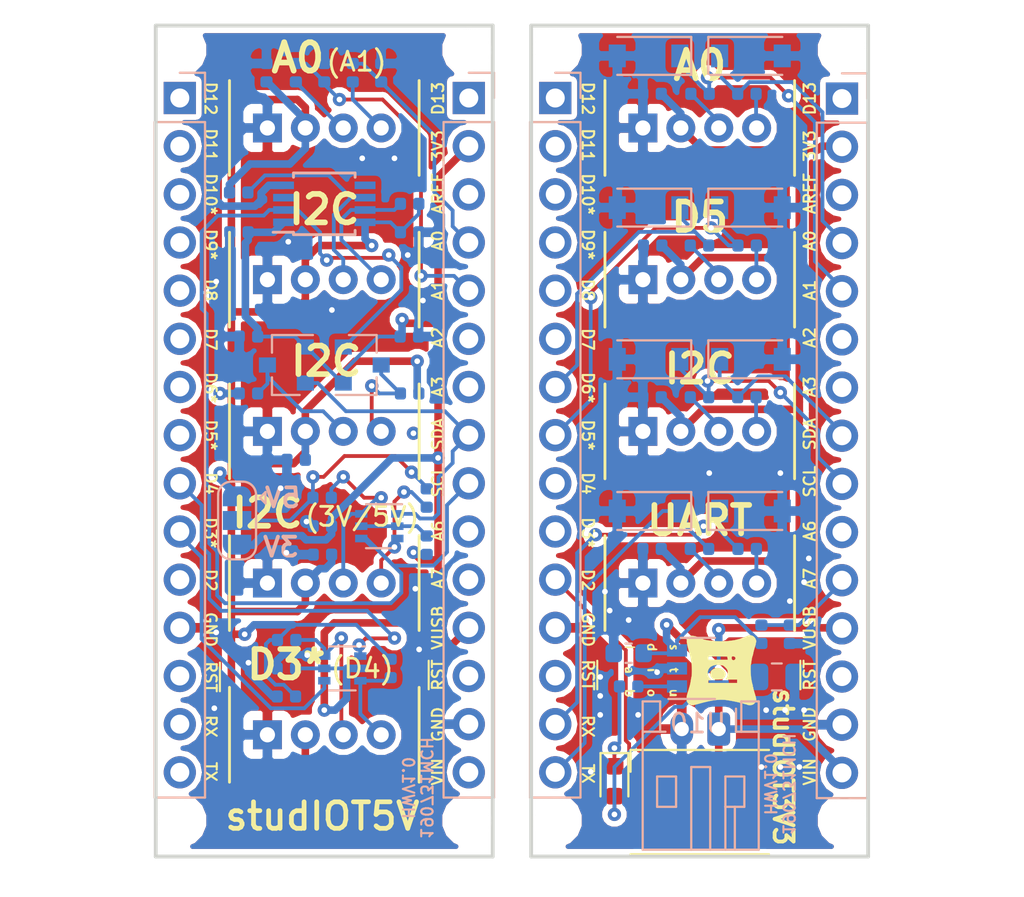
<source format=kicad_pcb>
(kicad_pcb (version 20171130) (host pcbnew "(5.0.1-3-g963ef8bb5)")
  (layers (0 F.Cu signal) (31 B.Cu signal) (34 B.Paste user) (35 F.Paste user) (36 B.SilkS user) (37 F.SilkS user hide) (38 B.Mask user) (39 F.Mask user) (44 Edge.Cuts user))
  (net 0 "")
  (net 1 "Net-(U20-Pad5)")
  (net 2 GND)
  (net 3 +3V3)
  (net 4 +5V)
  (net 5 "Net-(J30-Pad3)")
  (net 6 "Net-(J30-Pad4)")
  (net 7 "Net-(J50-Pad4)")
  (net 8 "Net-(J50-Pad3)")
  (net 9 "Net-(J60-Pad3)")
  (net 10 "Net-(J60-Pad4)")
  (net 11 VDD)
  (net 12 "Net-(J20-Pad3)")
  (net 13 "Net-(J20-Pad4)")
  (net 14 "Net-(Q60-Pad2)")
  (net 15 "Net-(J70-Pad3)")
  (net 16 "Net-(J70-Pad4)")
  (net 17 +BATT)
  (net 18 "Net-(D10-Pad1)")
  (net 19 /shield2/D2)
  (net 20 "Net-(D11-Pad2)")
  (net 21 /shield2/A0)
  (net 22 /shield2/A1)
  (net 23 /shield2/D5)
  (net 24 /shield2/D6)
  (net 25 /shield2/SDA)
  (net 26 /shield2/SCL)
  (net 27 /shield2/RX)
  (net 28 /shield2/TX)
  (net 29 "Net-(J1-Pad15)")
  (net 30 "Net-(J1-Pad13)")
  (net 31 "Net-(J1-Pad11)")
  (net 32 "Net-(J1-Pad10)")
  (net 33 /SCL3V3)
  (net 34 /SDA3V3)
  (net 35 "Net-(J1-Pad7)")
  (net 36 "Net-(J1-Pad6)")
  (net 37 /A1)
  (net 38 /A0)
  (net 39 "Net-(J1-Pad3)")
  (net 40 "Net-(J1-Pad1)")
  (net 41 "Net-(J2-Pad1)")
  (net 42 "Net-(J2-Pad2)")
  (net 43 "Net-(J2-Pad3)")
  (net 44 "Net-(J2-Pad4)")
  (net 45 "Net-(J2-Pad5)")
  (net 46 "Net-(J2-Pad6)")
  (net 47 "Net-(J2-Pad7)")
  (net 48 "Net-(J2-Pad8)")
  (net 49 /D4)
  (net 50 /D3)
  (net 51 "Net-(J2-Pad11)")
  (net 52 "Net-(J2-Pad13)")
  (net 53 "Net-(J2-Pad14)")
  (net 54 "Net-(J2-Pad15)")
  (net 55 "Net-(J11-Pad13)")
  (net 56 /shield2/V_DIV)
  (net 57 "Net-(J11-Pad10)")
  (net 58 "Net-(J11-Pad7)")
  (net 59 "Net-(J11-Pad6)")
  (net 60 "Net-(J11-Pad3)")
  (net 61 "Net-(J11-Pad1)")
  (net 62 "Net-(J12-Pad1)")
  (net 63 "Net-(J12-Pad2)")
  (net 64 "Net-(J12-Pad3)")
  (net 65 "Net-(J12-Pad4)")
  (net 66 "Net-(J12-Pad5)")
  (net 67 "Net-(J12-Pad6)")
  (net 68 /shield2/D4)
  (net 69 /shield2/D3)
  (net 70 "Net-(J12-Pad13)")
  (net 71 "Net-(J80-Pad4)")
  (net 72 "Net-(J80-Pad3)")
  (net 73 "Net-(J90-Pad3)")
  (net 74 "Net-(J90-Pad4)")
  (net 75 "Net-(J100-Pad4)")
  (net 76 "Net-(J100-Pad3)")
  (net 77 "Net-(J110-Pad3)")
  (net 78 "Net-(J110-Pad4)")
  (net 79 "Net-(R10-Pad2)")
  (net 80 "Net-(R11-Pad1)")
  (module MountingHole:MountingHole_2.2mm_M2 (layer F.Cu) (at 127.42 120.32)
    (fp_text reference REF** hide)
    (fp_text value MountingHole_2.2mm_M2)
    (pad 1 np_thru_hole circle (at 0 0) (size 2.2 2.2) (drill 2.2) (layers *.Cu *.Mask))
  )
  (module MountingHole:MountingHole_2.2mm_M2 (layer F.Cu) (at 127.42 79.68)
    (fp_text reference REF** hide)
    (fp_text value MountingHole_2.2mm_M2)
    (pad 1 np_thru_hole circle (at 0 0) (size 2.2 2.2) (drill 2.2) (layers *.Cu *.Mask))
  )
  (module MountingHole:MountingHole_2.2mm_M2 (layer F.Cu) (at 112.18 79.68)
    (fp_text reference REF** hide)
    (fp_text value MountingHole_2.2mm_M2)
    (pad 1 np_thru_hole circle (at 0 0) (size 2.2 2.2) (drill 2.2) (layers *.Cu *.Mask))
  )
  (module MountingHole:MountingHole_2.2mm_M2 (layer F.Cu) (at 112.18 120.32)
    (fp_text reference REF** hide)
    (fp_text value MountingHole_2.2mm_M2)
    (pad 1 np_thru_hole circle (at 0 0) (size 2.2 2.2) (drill 2.2) (layers *.Cu *.Mask))
  )
  (module Package_SO:TSSOP-8_3x3mm_P0.65mm (layer B.Cu) (at 100 87.8)
    (fp_text reference U20 hide)
    (fp_text value PCA9508)
    (pad 1 smd rect (at -2.15 0.975) (size 1.1 0.4) (layers B.Cu B.Paste B.Mask) (net 3 +3V3))
    (pad 2 smd rect (at -2.15 0.325) (size 1.1 0.4) (layers B.Cu B.Paste B.Mask) (net 33 /SCL3V3))
    (pad 3 smd rect (at -2.15 -0.325) (size 1.1 0.4) (layers B.Cu B.Paste B.Mask))
    (pad 4 smd rect (at -2.15 -0.975) (size 1.1 0.4) (layers B.Cu B.Paste B.Mask) (net 2 GND))
    (pad 5 smd rect (at 2.15 -0.975) (size 1.1 0.4) (layers B.Cu B.Paste B.Mask) (net 1 "Net-(U20-Pad5)"))
    (pad 6 smd rect (at 2.15 -0.325) (size 1.1 0.4) (layers B.Cu B.Paste B.Mask) (net 12 "Net-(J20-Pad3)"))
    (pad 7 smd rect (at 2.15 0.325) (size 1.1 0.4) (layers B.Cu B.Paste B.Mask) (net 13 "Net-(J20-Pad4)"))
    (pad 8 smd rect (at 2.15 0.975) (size 1.1 0.4) (layers B.Cu B.Paste B.Mask) (net 4 +5V))
  )
  (module Capacitor_SMD:C_0402_1005Metric (layer B.Cu) (at 96 94.8)
    (fp_text reference C30 hide)
    (fp_text value 100nF)
    (pad 1 smd roundrect (at -0.485 0) (size 0.59 0.64) (layers B.Cu B.Paste B.Mask) (net 2 GND))
    (pad 2 smd roundrect (at 0.485 0) (size 0.59 0.64) (layers B.Cu B.Paste B.Mask) (net 3 +3V3))
  )
  (module Capacitor_SMD:C_0402_1005Metric (layer B.Cu) (at 104.485 94.8 180)
    (fp_text reference C40 hide)
    (fp_text value 100nF)
    (pad 2 smd roundrect (at 0.485 0 180) (size 0.59 0.64) (layers B.Cu B.Paste B.Mask) (net 3 +3V3))
    (pad 1 smd roundrect (at -0.485 0 180) (size 0.59 0.64) (layers B.Cu B.Paste B.Mask) (net 2 GND))
  )
  (module Package_TO_SOT_SMD:SOT-23 (layer B.Cu) (at 98 96.3 180)
    (fp_text reference Q30 hide)
    (fp_text value BSS138)
    (pad 1 smd rect (at -1 0.95 180) (size 0.9 0.8) (layers B.Cu B.Paste B.Mask) (net 3 +3V3))
    (pad 2 smd rect (at -1 -0.95 180) (size 0.9 0.8) (layers B.Cu B.Paste B.Mask) (net 34 /SDA3V3))
    (pad 3 smd rect (at 1 0 180) (size 0.9 0.8) (layers B.Cu B.Paste B.Mask) (net 5 "Net-(J30-Pad3)"))
  )
  (module Package_TO_SOT_SMD:SOT-23 (layer B.Cu) (at 102 96.3)
    (fp_text reference Q40 hide)
    (fp_text value BSS138)
    (pad 3 smd rect (at 1 0) (size 0.9 0.8) (layers B.Cu B.Paste B.Mask) (net 6 "Net-(J30-Pad4)"))
    (pad 2 smd rect (at -1 -0.95) (size 0.9 0.8) (layers B.Cu B.Paste B.Mask) (net 33 /SCL3V3))
    (pad 1 smd rect (at -1 0.95) (size 0.9 0.8) (layers B.Cu B.Paste B.Mask) (net 3 +3V3))
  )
  (module Resistor_SMD:R_0402_1005Metric (layer B.Cu) (at 96 97.8)
    (fp_text reference R30 hide)
    (fp_text value 10K)
    (pad 1 smd roundrect (at -0.485 0) (size 0.59 0.64) (layers B.Cu B.Paste B.Mask) (net 4 +5V))
    (pad 2 smd roundrect (at 0.485 0) (size 0.59 0.64) (layers B.Cu B.Paste B.Mask) (net 5 "Net-(J30-Pad3)"))
  )
  (module Resistor_SMD:R_0402_1005Metric (layer B.Cu) (at 104.5 97.8 180)
    (fp_text reference R40 hide)
    (fp_text value 10K)
    (pad 1 smd roundrect (at -0.485 0 180) (size 0.59 0.64) (layers B.Cu B.Paste B.Mask) (net 4 +5V))
    (pad 2 smd roundrect (at 0.485 0 180) (size 0.59 0.64) (layers B.Cu B.Paste B.Mask) (net 6 "Net-(J30-Pad4)"))
  )
  (module Capacitor_SMD:C_0402_1005Metric (layer B.Cu) (at 98 112.3 180)
    (fp_text reference C50 hide)
    (fp_text value 100nF)
    (pad 1 smd roundrect (at -0.485 0 180) (size 0.59 0.64) (layers B.Cu B.Paste B.Mask) (net 3 +3V3))
    (pad 2 smd roundrect (at 0.485 0 180) (size 0.59 0.64) (layers B.Cu B.Paste B.Mask) (net 2 GND))
  )
  (module _connectors:GROVE_TH_V (layer F.Cu) (at 100 99.8)
    (fp_text reference J30 hide)
    (fp_text value Conn_01x04 hide)
    (pad 1 thru_hole rect (at -3 0) (size 1.524 1.524) (drill 0.8) (layers *.Cu *.Mask) (net 2 GND))
    (pad 2 thru_hole circle (at -1 0) (size 1.524 1.524) (drill 0.8) (layers *.Cu *.Mask) (net 4 +5V))
    (pad 3 thru_hole circle (at 1 0) (size 1.524 1.524) (drill 0.8) (layers *.Cu *.Mask) (net 5 "Net-(J30-Pad3)"))
    (pad 4 thru_hole circle (at 3 0) (size 1.524 1.524) (drill 0.8) (layers *.Cu *.Mask) (net 6 "Net-(J30-Pad4)"))
  )
  (module _connectors:GROVE_TH_V (layer F.Cu) (at 100 115.8)
    (fp_text reference J50 hide)
    (fp_text value Conn_01x04 hide)
    (pad 4 thru_hole circle (at 3 0) (size 1.524 1.524) (drill 0.8) (layers *.Cu *.Mask) (net 7 "Net-(J50-Pad4)"))
    (pad 3 thru_hole circle (at 1 0) (size 1.524 1.524) (drill 0.8) (layers *.Cu *.Mask) (net 8 "Net-(J50-Pad3)"))
    (pad 2 thru_hole circle (at -1 0) (size 1.524 1.524) (drill 0.8) (layers *.Cu *.Mask) (net 4 +5V))
    (pad 1 thru_hole rect (at -3 0) (size 1.524 1.524) (drill 0.8) (layers *.Cu *.Mask) (net 2 GND))
  )
  (module Package_TO_SOT_SMD:SOT-363_SC-70-6 (layer B.Cu) (at 100.95 112.3 180)
    (fp_text reference Q50 hide)
    (fp_text value 2N7002DW)
    (pad 1 smd rect (at -0.95 0.65 180) (size 0.65 0.4) (layers B.Cu B.Paste B.Mask) (net 49 /D4))
    (pad 3 smd rect (at -0.95 -0.65 180) (size 0.65 0.4) (layers B.Cu B.Paste B.Mask) (net 7 "Net-(J50-Pad4)"))
    (pad 5 smd rect (at 0.95 0 180) (size 0.65 0.4) (layers B.Cu B.Paste B.Mask) (net 3 +3V3))
    (pad 2 smd rect (at -0.95 0 180) (size 0.65 0.4) (layers B.Cu B.Paste B.Mask) (net 3 +3V3))
    (pad 4 smd rect (at 0.95 -0.65 180) (size 0.65 0.4) (layers B.Cu B.Paste B.Mask) (net 50 /D3))
    (pad 6 smd rect (at 0.95 0.65 180) (size 0.65 0.4) (layers B.Cu B.Paste B.Mask) (net 8 "Net-(J50-Pad3)"))
  )
  (module Resistor_SMD:R_0402_1005Metric (layer B.Cu) (at 98.015 110.8)
    (fp_text reference R50 hide)
    (fp_text value 10K)
    (pad 2 smd roundrect (at 0.485 0) (size 0.59 0.64) (layers B.Cu B.Paste B.Mask) (net 8 "Net-(J50-Pad3)"))
    (pad 1 smd roundrect (at -0.485 0) (size 0.59 0.64) (layers B.Cu B.Paste B.Mask) (net 4 +5V))
  )
  (module Resistor_SMD:R_0402_1005Metric (layer B.Cu) (at 103.5 112.3 270)
    (fp_text reference R51 hide)
    (fp_text value 10K)
    (pad 1 smd roundrect (at -0.485 0 270) (size 0.59 0.64) (layers B.Cu B.Paste B.Mask) (net 4 +5V))
    (pad 2 smd roundrect (at 0.485 0 270) (size 0.59 0.64) (layers B.Cu B.Paste B.Mask) (net 7 "Net-(J50-Pad4)"))
  )
  (module Capacitor_SMD:C_0402_1005Metric (layer B.Cu) (at 99.9 104.8 180)
    (fp_text reference C60 hide)
    (fp_text value 100nF)
    (pad 2 smd roundrect (at 0.485 0 180) (size 0.59 0.64) (layers B.Cu B.Paste B.Mask) (net 2 GND))
    (pad 1 smd roundrect (at -0.485 0 180) (size 0.59 0.64) (layers B.Cu B.Paste B.Mask) (net 3 +3V3))
  )
  (module Capacitor_SMD:C_0402_1005Metric (layer B.Cu) (at 99.9 106.3 180)
    (fp_text reference C62 hide)
    (fp_text value 100nF)
    (pad 1 smd roundrect (at -0.485 0 180) (size 0.59 0.64) (layers B.Cu B.Paste B.Mask) (net 4 +5V))
    (pad 2 smd roundrect (at 0.485 0 180) (size 0.59 0.64) (layers B.Cu B.Paste B.Mask) (net 2 GND))
  )
  (module _connectors:GROVE_TH_V (layer F.Cu) (at 100 107.8)
    (fp_text reference J60 hide)
    (fp_text value Conn_01x04 hide)
    (pad 1 thru_hole rect (at -3 0) (size 1.524 1.524) (drill 0.8) (layers *.Cu *.Mask) (net 2 GND))
    (pad 2 thru_hole circle (at -1 0) (size 1.524 1.524) (drill 0.8) (layers *.Cu *.Mask) (net 4 +5V))
    (pad 3 thru_hole circle (at 1 0) (size 1.524 1.524) (drill 0.8) (layers *.Cu *.Mask) (net 9 "Net-(J60-Pad3)"))
    (pad 4 thru_hole circle (at 3 0) (size 1.524 1.524) (drill 0.8) (layers *.Cu *.Mask) (net 10 "Net-(J60-Pad4)"))
  )
  (module Package_TO_SOT_SMD:SOT-363_SC-70-6 (layer B.Cu) (at 102.9 104.8 180)
    (fp_text reference Q60 hide)
    (fp_text value 2N7002DW)
    (pad 1 smd rect (at -0.95 0.65 180) (size 0.65 0.4) (layers B.Cu B.Paste B.Mask) (net 34 /SDA3V3))
    (pad 3 smd rect (at -0.95 -0.65 180) (size 0.65 0.4) (layers B.Cu B.Paste B.Mask) (net 10 "Net-(J60-Pad4)"))
    (pad 5 smd rect (at 0.95 0 180) (size 0.65 0.4) (layers B.Cu B.Paste B.Mask) (net 14 "Net-(Q60-Pad2)"))
    (pad 2 smd rect (at -0.95 0 180) (size 0.65 0.4) (layers B.Cu B.Paste B.Mask) (net 14 "Net-(Q60-Pad2)"))
    (pad 4 smd rect (at 0.95 -0.65 180) (size 0.65 0.4) (layers B.Cu B.Paste B.Mask) (net 33 /SCL3V3))
    (pad 6 smd rect (at 0.95 0.65 180) (size 0.65 0.4) (layers B.Cu B.Paste B.Mask) (net 9 "Net-(J60-Pad3)"))
  )
  (module Resistor_SMD:R_0402_1005Metric (layer B.Cu) (at 99.885 103.3)
    (fp_text reference R60 hide)
    (fp_text value 10K)
    (pad 2 smd roundrect (at 0.485 0) (size 0.59 0.64) (layers B.Cu B.Paste B.Mask) (net 9 "Net-(J60-Pad3)"))
    (pad 1 smd roundrect (at -0.485 0) (size 0.59 0.64) (layers B.Cu B.Paste B.Mask) (net 11 VDD))
  )
  (module Resistor_SMD:R_0402_1005Metric (layer B.Cu) (at 105.4 103.315 270)
    (fp_text reference R61 hide)
    (fp_text value 10K)
    (pad 1 smd roundrect (at -0.485 0 270) (size 0.59 0.64) (layers B.Cu B.Paste B.Mask) (net 11 VDD))
    (pad 2 smd roundrect (at 0.485 0 270) (size 0.59 0.64) (layers B.Cu B.Paste B.Mask) (net 10 "Net-(J60-Pad4)"))
  )
  (module Jumper:SolderJumper-3_P1.3mm_Open_RoundedPad1.0x1.5mm (layer B.Cu) (at 95.4 104.5 270)
    (fp_text reference JP60 hide)
    (fp_text value SolderJumper_3_Open)
    (pad 1 smd custom (at -1.3 0 270) (size 1 0.5) (layers B.Cu B.Mask) (net 4 +5V) (options (clearance outline) (anchor rect)) (primitives (gr_circle (center 0 -0.25) (end 0.5 -0.25) (width 0)) (gr_circle (center 0 0.25) (end 0.5 0.25) (width 0)) (gr_poly (pts (xy 0.55 0.75) (xy 0 0.75) (xy 0 -0.75) (xy 0.55 -0.75)) (width 0))))
    (pad 3 smd custom (at 1.3 0 270) (size 1 0.5) (layers B.Cu B.Mask) (net 3 +3V3) (options (clearance outline) (anchor rect)) (primitives (gr_circle (center 0 -0.25) (end 0.5 -0.25) (width 0)) (gr_circle (center 0 0.25) (end 0.5 0.25) (width 0)) (gr_poly (pts (xy -0.55 0.75) (xy 0 0.75) (xy 0 -0.75) (xy -0.55 -0.75)) (width 0))))
    (pad 2 smd rect (at 0 0 270) (size 1 1.5) (layers B.Cu B.Mask) (net 11 VDD))
  )
  (module _connectors:GROVE_TH_V (layer F.Cu) (at 100 91.8)
    (fp_text reference J20 hide)
    (fp_text value Conn_01x04 hide)
    (pad 1 thru_hole rect (at -3 0) (size 1.524 1.524) (drill 0.8) (layers *.Cu *.Mask) (net 2 GND))
    (pad 2 thru_hole circle (at -1 0) (size 1.524 1.524) (drill 0.8) (layers *.Cu *.Mask) (net 4 +5V))
    (pad 3 thru_hole circle (at 1 0) (size 1.524 1.524) (drill 0.8) (layers *.Cu *.Mask) (net 12 "Net-(J20-Pad3)"))
    (pad 4 thru_hole circle (at 3 0) (size 1.524 1.524) (drill 0.8) (layers *.Cu *.Mask) (net 13 "Net-(J20-Pad4)"))
  )
  (module Capacitor_SMD:C_0402_1005Metric (layer B.Cu) (at 95.5 89.3)
    (fp_text reference C20 hide)
    (fp_text value 100nF)
    (pad 1 smd roundrect (at -0.485 0) (size 0.59 0.64) (layers B.Cu B.Paste B.Mask) (net 2 GND))
    (pad 2 smd roundrect (at 0.485 0) (size 0.59 0.64) (layers B.Cu B.Paste B.Mask) (net 3 +3V3))
  )
  (module Capacitor_SMD:C_0402_1005Metric (layer B.Cu) (at 104.5 89.3)
    (fp_text reference C21 hide)
    (fp_text value 100nF)
    (pad 2 smd roundrect (at 0.485 0) (size 0.59 0.64) (layers B.Cu B.Paste B.Mask) (net 2 GND))
    (pad 1 smd roundrect (at -0.485 0) (size 0.59 0.64) (layers B.Cu B.Paste B.Mask) (net 4 +5V))
  )
  (module Capacitor_SMD:C_0402_1005Metric (layer B.Cu) (at 98.515 101.3 180)
    (fp_text reference C31 hide)
    (fp_text value 100nF)
    (pad 1 smd roundrect (at -0.485 0 180) (size 0.59 0.64) (layers B.Cu B.Paste B.Mask) (net 4 +5V))
    (pad 2 smd roundrect (at 0.485 0 180) (size 0.59 0.64) (layers B.Cu B.Paste B.Mask) (net 2 GND))
  )
  (module Capacitor_SMD:C_0402_1005Metric (layer B.Cu) (at 98 113.7819 180)
    (fp_text reference C52 hide)
    (fp_text value 100nF)
    (pad 2 smd roundrect (at 0.485 0 180) (size 0.59 0.64) (layers B.Cu B.Paste B.Mask) (net 2 GND))
    (pad 1 smd roundrect (at -0.485 0 180) (size 0.59 0.64) (layers B.Cu B.Paste B.Mask) (net 4 +5V))
  )
  (module Resistor_SMD:R_0402_1005Metric (layer B.Cu) (at 104.5 87.8 180)
    (fp_text reference R20 hide)
    (fp_text value 10K)
    (pad 2 smd roundrect (at 0.485 0 180) (size 0.59 0.64) (layers B.Cu B.Paste B.Mask) (net 13 "Net-(J20-Pad4)"))
    (pad 1 smd roundrect (at -0.485 0 180) (size 0.59 0.64) (layers B.Cu B.Paste B.Mask) (net 4 +5V))
  )
  (module Resistor_SMD:R_0402_1005Metric (layer B.Cu) (at 95.485 87.2)
    (fp_text reference R21 hide)
    (fp_text value 10K)
    (pad 1 smd roundrect (at -0.485 0) (size 0.59 0.64) (layers B.Cu B.Paste B.Mask) (net 4 +5V))
    (pad 2 smd roundrect (at 0.485 0) (size 0.59 0.64) (layers B.Cu B.Paste B.Mask) (net 12 "Net-(J20-Pad3)"))
  )
  (module Resistor_SMD:R_0402_1005Metric (layer B.Cu) (at 105.4 105.8 90)
    (fp_text reference R62 hide)
    (fp_text value 10K)
    (pad 1 smd roundrect (at -0.485 0 90) (size 0.59 0.64) (layers B.Cu B.Paste B.Mask) (net 3 +3V3))
    (pad 2 smd roundrect (at 0.485 0 90) (size 0.59 0.64) (layers B.Cu B.Paste B.Mask) (net 14 "Net-(Q60-Pad2)"))
  )
  (module _connectors:GROVE_TH_V (layer F.Cu) (at 119.8 83.8)
    (fp_text reference J70 hide)
    (fp_text value GROVE)
    (pad 1 thru_hole rect (at -3 0) (size 1.524 1.524) (drill 0.8) (layers *.Cu *.Mask) (net 2 GND))
    (pad 2 thru_hole circle (at -1 0) (size 1.524 1.524) (drill 0.8) (layers *.Cu *.Mask) (net 3 +3V3))
    (pad 3 thru_hole circle (at 1 0) (size 1.524 1.524) (drill 0.8) (layers *.Cu *.Mask) (net 15 "Net-(J70-Pad3)"))
    (pad 4 thru_hole circle (at 3 0) (size 1.524 1.524) (drill 0.8) (layers *.Cu *.Mask) (net 16 "Net-(J70-Pad4)"))
  )
  (module Resistor_SMD:R_0402_1005Metric (layer B.Cu) (at 122.285 82 180)
    (fp_text reference R70 hide)
    (fp_text value 220R)
    (pad 2 smd roundrect (at 0.485 0 180) (size 0.59 0.64) (layers B.Cu B.Paste B.Mask) (net 21 /shield2/A0))
    (pad 1 smd roundrect (at -0.485 0 180) (size 0.59 0.64) (layers B.Cu B.Paste B.Mask) (net 16 "Net-(J70-Pad4)"))
  )
  (module Resistor_SMD:R_0402_1005Metric (layer B.Cu) (at 119.815 82 180)
    (fp_text reference R71 hide)
    (fp_text value 220R)
    (pad 1 smd roundrect (at -0.485 0 180) (size 0.59 0.64) (layers B.Cu B.Paste B.Mask) (net 22 /shield2/A1))
    (pad 2 smd roundrect (at 0.485 0 180) (size 0.59 0.64) (layers B.Cu B.Paste B.Mask) (net 15 "Net-(J70-Pad3)"))
  )
  (module Capacitor_SMD:C_0402_1005Metric (layer B.Cu) (at 117.285 82 180)
    (fp_text reference C70 hide)
    (fp_text value 100nF)
    (pad 1 smd roundrect (at -0.485 0 180) (size 0.59 0.64) (layers B.Cu B.Paste B.Mask) (net 3 +3V3))
    (pad 2 smd roundrect (at 0.485 0 180) (size 0.59 0.64) (layers B.Cu B.Paste B.Mask) (net 2 GND))
  )
  (module MountingHole:MountingHole_2.2mm_M2 (layer F.Cu) (at 107.62 120.32)
    (fp_text reference REF** hide)
    (fp_text value MountingHole_2.2mm_M2)
    (pad 1 np_thru_hole circle (at 0 0) (size 2.2 2.2) (drill 2.2) (layers *.Cu *.Mask))
  )
  (module MountingHole:MountingHole_2.2mm_M2 (layer F.Cu) (at 107.62 79.68)
    (fp_text reference REF** hide)
    (fp_text value MountingHole_2.2mm_M2)
    (pad 1 np_thru_hole circle (at 0 0) (size 2.2 2.2) (drill 2.2) (layers *.Cu *.Mask))
  )
  (module MountingHole:MountingHole_2.2mm_M2 (layer F.Cu) (at 92.38 79.68)
    (fp_text reference REF** hide)
    (fp_text value MountingHole_2.2mm_M2)
    (pad 1 np_thru_hole circle (at 0 0) (size 2.2 2.2) (drill 2.2) (layers *.Cu *.Mask))
  )
  (module MountingHole:MountingHole_2.2mm_M2 (layer F.Cu) (at 92.38 120.32)
    (fp_text reference REF** hide)
    (fp_text value MountingHole_2.2mm_M2)
    (pad 1 np_thru_hole circle (at 0 0) (size 2.2 2.2) (drill 2.2) (layers *.Cu *.Mask))
  )
  (module Capacitor_SMD:C_0603_1608Metric (layer B.Cu) (at 116.05 111.5 180)
    (fp_text reference C10 hide)
    (fp_text value 10uF)
    (pad 1 smd roundrect (at -0.7875 0 180) (size 0.875 0.95) (layers B.Cu B.Paste B.Mask) (net 17 +BATT))
    (pad 2 smd roundrect (at 0.7875 0 180) (size 0.875 0.95) (layers B.Cu B.Paste B.Mask) (net 2 GND))
  )
  (module Capacitor_SMD:C_0402_1005Metric (layer B.Cu) (at 117.315 90 180)
    (fp_text reference C80 hide)
    (fp_text value 100nF)
    (pad 1 smd roundrect (at -0.485 0 180) (size 0.59 0.64) (layers B.Cu B.Paste B.Mask) (net 3 +3V3))
    (pad 2 smd roundrect (at 0.485 0 180) (size 0.59 0.64) (layers B.Cu B.Paste B.Mask) (net 2 GND))
  )
  (module Capacitor_SMD:C_0402_1005Metric (layer B.Cu) (at 117.285 98 180)
    (fp_text reference C90 hide)
    (fp_text value 100nF)
    (pad 2 smd roundrect (at 0.485 0 180) (size 0.59 0.64) (layers B.Cu B.Paste B.Mask) (net 2 GND))
    (pad 1 smd roundrect (at -0.485 0 180) (size 0.59 0.64) (layers B.Cu B.Paste B.Mask) (net 3 +3V3))
  )
  (module Capacitor_SMD:C_0402_1005Metric (layer B.Cu) (at 117.285 106 180)
    (fp_text reference C100 hide)
    (fp_text value 100nF)
    (pad 1 smd roundrect (at -0.485 0 180) (size 0.59 0.64) (layers B.Cu B.Paste B.Mask) (net 3 +3V3))
    (pad 2 smd roundrect (at 0.485 0 180) (size 0.59 0.64) (layers B.Cu B.Paste B.Mask) (net 2 GND))
  )
  (module Capacitor_SMD:C_0402_1005Metric (layer B.Cu) (at 96.95 80.885 90)
    (fp_text reference C110 hide)
    (fp_text value 100nF)
    (pad 2 smd roundrect (at 0.485 0 90) (size 0.59 0.64) (layers B.Cu B.Paste B.Mask) (net 2 GND))
    (pad 1 smd roundrect (at -0.485 0 90) (size 0.59 0.64) (layers B.Cu B.Paste B.Mask) (net 4 +5V))
  )
  (module LED_SMD:LED_0603_1608Metric (layer F.Cu) (at 115.3 118.25 270)
    (fp_text reference D10 hide)
    (fp_text value RED)
    (pad 1 smd roundrect (at -0.7875 0 270) (size 0.875 0.95) (layers F.Cu F.Paste F.Mask) (net 18 "Net-(D10-Pad1)"))
    (pad 2 smd roundrect (at 0.7875 0 270) (size 0.875 0.95) (layers F.Cu F.Paste F.Mask) (net 4 +5V))
  )
  (module LED_SMD:LED_WS2812B_PLCC4_5.0x5.0mm_P3.2mm (layer F.Cu) (at 119.8 119.35 180)
    (fp_text reference D11 hide)
    (fp_text value WS2812B)
    (pad 3 smd rect (at 2.45 1.6 180) (size 1.5 1) (layers F.Cu F.Paste F.Mask) (net 2 GND))
    (pad 4 smd rect (at 2.45 -1.6 180) (size 1.5 1) (layers F.Cu F.Paste F.Mask) (net 19 /shield2/D2))
    (pad 2 smd rect (at -2.45 1.6 180) (size 1.5 1) (layers F.Cu F.Paste F.Mask) (net 20 "Net-(D11-Pad2)"))
    (pad 1 smd rect (at -2.45 -1.6 180) (size 1.5 1) (layers F.Cu F.Paste F.Mask) (net 17 +BATT))
  )
  (module Diode_SMD:D_SOD-123 (layer B.Cu) (at 122.5 80)
    (fp_text reference D70 hide)
    (fp_text value 3V3)
    (pad 2 smd rect (at 1.65 0) (size 0.9 1.2) (layers B.Cu B.Paste B.Mask) (net 2 GND))
    (pad 1 smd rect (at -1.65 0) (size 0.9 1.2) (layers B.Cu B.Paste B.Mask) (net 21 /shield2/A0))
  )
  (module Diode_SMD:D_SOD-123 (layer B.Cu) (at 117.1 80 180)
    (fp_text reference D71 hide)
    (fp_text value 3V3)
    (pad 1 smd rect (at -1.65 0 180) (size 0.9 1.2) (layers B.Cu B.Paste B.Mask) (net 22 /shield2/A1))
    (pad 2 smd rect (at 1.65 0 180) (size 0.9 1.2) (layers B.Cu B.Paste B.Mask) (net 2 GND))
  )
  (module Diode_SMD:D_SOD-123 (layer B.Cu) (at 122.5 88)
    (fp_text reference D80 hide)
    (fp_text value 3V3)
    (pad 2 smd rect (at 1.65 0) (size 0.9 1.2) (layers B.Cu B.Paste B.Mask) (net 2 GND))
    (pad 1 smd rect (at -1.65 0) (size 0.9 1.2) (layers B.Cu B.Paste B.Mask) (net 23 /shield2/D5))
  )
  (module Diode_SMD:D_SOD-123 (layer B.Cu) (at 117.1 88 180)
    (fp_text reference D81 hide)
    (fp_text value 3V3)
    (pad 1 smd rect (at -1.65 0 180) (size 0.9 1.2) (layers B.Cu B.Paste B.Mask) (net 24 /shield2/D6))
    (pad 2 smd rect (at 1.65 0 180) (size 0.9 1.2) (layers B.Cu B.Paste B.Mask) (net 2 GND))
  )
  (module Diode_SMD:D_SOD-123 (layer B.Cu) (at 122.5 96)
    (fp_text reference D90 hide)
    (fp_text value 3V3)
    (pad 2 smd rect (at 1.65 0) (size 0.9 1.2) (layers B.Cu B.Paste B.Mask) (net 2 GND))
    (pad 1 smd rect (at -1.65 0) (size 0.9 1.2) (layers B.Cu B.Paste B.Mask) (net 25 /shield2/SDA))
  )
  (module Diode_SMD:D_SOD-123 (layer B.Cu) (at 117.1 96 180)
    (fp_text reference D91 hide)
    (fp_text value 3V3)
    (pad 1 smd rect (at -1.65 0 180) (size 0.9 1.2) (layers B.Cu B.Paste B.Mask) (net 26 /shield2/SCL))
    (pad 2 smd rect (at 1.65 0 180) (size 0.9 1.2) (layers B.Cu B.Paste B.Mask) (net 2 GND))
  )
  (module Diode_SMD:D_SOD-123 (layer B.Cu) (at 122.5 104)
    (fp_text reference D100 hide)
    (fp_text value 3V3)
    (pad 2 smd rect (at 1.65 0) (size 0.9 1.2) (layers B.Cu B.Paste B.Mask) (net 2 GND))
    (pad 1 smd rect (at -1.65 0) (size 0.9 1.2) (layers B.Cu B.Paste B.Mask) (net 27 /shield2/RX))
  )
  (module Diode_SMD:D_SOD-123 (layer B.Cu) (at 117.1 104 180)
    (fp_text reference D101 hide)
    (fp_text value 3V3)
    (pad 1 smd rect (at -1.65 0 180) (size 0.9 1.2) (layers B.Cu B.Paste B.Mask) (net 28 /shield2/TX))
    (pad 2 smd rect (at 1.65 0 180) (size 0.9 1.2) (layers B.Cu B.Paste B.Mask) (net 2 GND))
  )
  (module Connector_PinHeader_2.54mm:PinHeader_1x15_P2.54mm_Vertical (layer B.Cu) (at 107.62 82.22 180)
    (fp_text reference J1 (at 0 2.33 180) (layer B.SilkS) (effects (justify mirror)))
    (fp_text value Conn_01x15)
    (pad 15 thru_hole oval (at 0 -35.56 180) (size 1.7 1.7) (drill 1) (layers *.Cu *.Mask) (net 29 "Net-(J1-Pad15)"))
    (pad 14 thru_hole oval (at 0 -33.02 180) (size 1.7 1.7) (drill 1) (layers *.Cu *.Mask) (net 2 GND))
    (pad 13 thru_hole oval (at 0 -30.48 180) (size 1.7 1.7) (drill 1) (layers *.Cu *.Mask) (net 30 "Net-(J1-Pad13)"))
    (pad 12 thru_hole oval (at 0 -27.94 180) (size 1.7 1.7) (drill 1) (layers *.Cu *.Mask) (net 4 +5V))
    (pad 11 thru_hole oval (at 0 -25.4 180) (size 1.7 1.7) (drill 1) (layers *.Cu *.Mask) (net 31 "Net-(J1-Pad11)"))
    (pad 10 thru_hole oval (at 0 -22.86 180) (size 1.7 1.7) (drill 1) (layers *.Cu *.Mask) (net 32 "Net-(J1-Pad10)"))
    (pad 9 thru_hole oval (at 0 -20.32 180) (size 1.7 1.7) (drill 1) (layers *.Cu *.Mask) (net 33 /SCL3V3))
    (pad 8 thru_hole oval (at 0 -17.78 180) (size 1.7 1.7) (drill 1) (layers *.Cu *.Mask) (net 34 /SDA3V3))
    (pad 7 thru_hole oval (at 0 -15.24 180) (size 1.7 1.7) (drill 1) (layers *.Cu *.Mask) (net 35 "Net-(J1-Pad7)"))
    (pad 6 thru_hole oval (at 0 -12.7 180) (size 1.7 1.7) (drill 1) (layers *.Cu *.Mask) (net 36 "Net-(J1-Pad6)"))
    (pad 5 thru_hole oval (at 0 -10.16 180) (size 1.7 1.7) (drill 1) (layers *.Cu *.Mask) (net 37 /A1))
    (pad 4 thru_hole oval (at 0 -7.62 180) (size 1.7 1.7) (drill 1) (layers *.Cu *.Mask) (net 38 /A0))
    (pad 3 thru_hole oval (at 0 -5.08 180) (size 1.7 1.7) (drill 1) (layers *.Cu *.Mask) (net 39 "Net-(J1-Pad3)"))
    (pad 2 thru_hole oval (at 0 -2.54 180) (size 1.7 1.7) (drill 1) (layers *.Cu *.Mask) (net 3 +3V3))
    (pad 1 thru_hole rect (at 0 0 180) (size 1.7 1.7) (drill 1) (layers *.Cu *.Mask) (net 40 "Net-(J1-Pad1)"))
  )
  (module Connector_PinHeader_2.54mm:PinHeader_1x15_P2.54mm_Vertical (layer B.Cu) (at 92.38 82.22 180)
    (fp_text reference J2 (at 0 2.33 180) (layer B.SilkS) (effects (justify mirror)))
    (fp_text value Conn_01x15)
    (pad 1 thru_hole rect (at 0 0 180) (size 1.7 1.7) (drill 1) (layers *.Cu *.Mask) (net 41 "Net-(J2-Pad1)"))
    (pad 2 thru_hole oval (at 0 -2.54 180) (size 1.7 1.7) (drill 1) (layers *.Cu *.Mask) (net 42 "Net-(J2-Pad2)"))
    (pad 3 thru_hole oval (at 0 -5.08 180) (size 1.7 1.7) (drill 1) (layers *.Cu *.Mask) (net 43 "Net-(J2-Pad3)"))
    (pad 4 thru_hole oval (at 0 -7.62 180) (size 1.7 1.7) (drill 1) (layers *.Cu *.Mask) (net 44 "Net-(J2-Pad4)"))
    (pad 5 thru_hole oval (at 0 -10.16 180) (size 1.7 1.7) (drill 1) (layers *.Cu *.Mask) (net 45 "Net-(J2-Pad5)"))
    (pad 6 thru_hole oval (at 0 -12.7 180) (size 1.7 1.7) (drill 1) (layers *.Cu *.Mask) (net 46 "Net-(J2-Pad6)"))
    (pad 7 thru_hole oval (at 0 -15.24 180) (size 1.7 1.7) (drill 1) (layers *.Cu *.Mask) (net 47 "Net-(J2-Pad7)"))
    (pad 8 thru_hole oval (at 0 -17.78 180) (size 1.7 1.7) (drill 1) (layers *.Cu *.Mask) (net 48 "Net-(J2-Pad8)"))
    (pad 9 thru_hole oval (at 0 -20.32 180) (size 1.7 1.7) (drill 1) (layers *.Cu *.Mask) (net 49 /D4))
    (pad 10 thru_hole oval (at 0 -22.86 180) (size 1.7 1.7) (drill 1) (layers *.Cu *.Mask) (net 50 /D3))
    (pad 11 thru_hole oval (at 0 -25.4 180) (size 1.7 1.7) (drill 1) (layers *.Cu *.Mask) (net 51 "Net-(J2-Pad11)"))
    (pad 12 thru_hole oval (at 0 -27.94 180) (size 1.7 1.7) (drill 1) (layers *.Cu *.Mask) (net 2 GND))
    (pad 13 thru_hole oval (at 0 -30.48 180) (size 1.7 1.7) (drill 1) (layers *.Cu *.Mask) (net 52 "Net-(J2-Pad13)"))
    (pad 14 thru_hole oval (at 0 -33.02 180) (size 1.7 1.7) (drill 1) (layers *.Cu *.Mask) (net 53 "Net-(J2-Pad14)"))
    (pad 15 thru_hole oval (at 0 -35.56 180) (size 1.7 1.7) (drill 1) (layers *.Cu *.Mask) (net 54 "Net-(J2-Pad15)"))
  )
  (module Connector_JST:JST_PH_S2B-PH-K_1x02_P2.00mm_Horizontal (layer B.Cu) (at 120.85 115.5 180)
    (fp_text reference J10 hide)
    (fp_text value Conn_01x02)
    (pad 1 thru_hole roundrect (at 0.05 0 180) (size 1.2 1.75) (drill 0.75) (layers *.Cu *.Mask) (roundrect_rratio 0.208) (net 17 +BATT))
    (pad 2 thru_hole oval (at 2 0 180) (size 1.2 1.75) (drill 0.75) (layers *.Cu *.Mask) (net 2 GND))
  )
  (module Connector_PinHeader_2.54mm:PinHeader_1x15_P2.54mm_Vertical (layer B.Cu) (at 127.3 82.25 180)
    (fp_text reference J11 hide)
    (fp_text value Conn_01x15)
    (pad 15 thru_hole oval (at 0 -35.56 180) (size 1.7 1.7) (drill 1) (layers *.Cu *.Mask) (net 17 +BATT))
    (pad 14 thru_hole oval (at 0 -33.02 180) (size 1.7 1.7) (drill 1) (layers *.Cu *.Mask) (net 2 GND))
    (pad 13 thru_hole oval (at 0 -30.48 180) (size 1.7 1.7) (drill 1) (layers *.Cu *.Mask) (net 55 "Net-(J11-Pad13)"))
    (pad 12 thru_hole oval (at 0 -27.94 180) (size 1.7 1.7) (drill 1) (layers *.Cu *.Mask) (net 4 +5V))
    (pad 11 thru_hole oval (at 0 -25.4 180) (size 1.7 1.7) (drill 1) (layers *.Cu *.Mask) (net 56 /shield2/V_DIV))
    (pad 10 thru_hole oval (at 0 -22.86 180) (size 1.7 1.7) (drill 1) (layers *.Cu *.Mask) (net 57 "Net-(J11-Pad10)"))
    (pad 9 thru_hole oval (at 0 -20.32 180) (size 1.7 1.7) (drill 1) (layers *.Cu *.Mask) (net 26 /shield2/SCL))
    (pad 8 thru_hole oval (at 0 -17.78 180) (size 1.7 1.7) (drill 1) (layers *.Cu *.Mask) (net 25 /shield2/SDA))
    (pad 7 thru_hole oval (at 0 -15.24 180) (size 1.7 1.7) (drill 1) (layers *.Cu *.Mask) (net 58 "Net-(J11-Pad7)"))
    (pad 6 thru_hole oval (at 0 -12.7 180) (size 1.7 1.7) (drill 1) (layers *.Cu *.Mask) (net 59 "Net-(J11-Pad6)"))
    (pad 5 thru_hole oval (at 0 -10.16 180) (size 1.7 1.7) (drill 1) (layers *.Cu *.Mask) (net 22 /shield2/A1))
    (pad 4 thru_hole oval (at 0 -7.62 180) (size 1.7 1.7) (drill 1) (layers *.Cu *.Mask) (net 21 /shield2/A0))
    (pad 3 thru_hole oval (at 0 -5.08 180) (size 1.7 1.7) (drill 1) (layers *.Cu *.Mask) (net 60 "Net-(J11-Pad3)"))
    (pad 2 thru_hole oval (at 0 -2.54 180) (size 1.7 1.7) (drill 1) (layers *.Cu *.Mask) (net 3 +3V3))
    (pad 1 thru_hole rect (at 0 0 180) (size 1.7 1.7) (drill 1) (layers *.Cu *.Mask) (net 61 "Net-(J11-Pad1)"))
  )
  (module Connector_PinHeader_2.54mm:PinHeader_1x15_P2.54mm_Vertical (layer B.Cu) (at 112.18 82.22 180)
    (fp_text reference J12 hide)
    (fp_text value Conn_01x15)
    (pad 1 thru_hole rect (at 0 0 180) (size 1.7 1.7) (drill 1) (layers *.Cu *.Mask) (net 62 "Net-(J12-Pad1)"))
    (pad 2 thru_hole oval (at 0 -2.54 180) (size 1.7 1.7) (drill 1) (layers *.Cu *.Mask) (net 63 "Net-(J12-Pad2)"))
    (pad 3 thru_hole oval (at 0 -5.08 180) (size 1.7 1.7) (drill 1) (layers *.Cu *.Mask) (net 64 "Net-(J12-Pad3)"))
    (pad 4 thru_hole oval (at 0 -7.62 180) (size 1.7 1.7) (drill 1) (layers *.Cu *.Mask) (net 65 "Net-(J12-Pad4)"))
    (pad 5 thru_hole oval (at 0 -10.16 180) (size 1.7 1.7) (drill 1) (layers *.Cu *.Mask) (net 66 "Net-(J12-Pad5)"))
    (pad 6 thru_hole oval (at 0 -12.7 180) (size 1.7 1.7) (drill 1) (layers *.Cu *.Mask) (net 67 "Net-(J12-Pad6)"))
    (pad 7 thru_hole oval (at 0 -15.24 180) (size 1.7 1.7) (drill 1) (layers *.Cu *.Mask) (net 24 /shield2/D6))
    (pad 8 thru_hole oval (at 0 -17.78 180) (size 1.7 1.7) (drill 1) (layers *.Cu *.Mask) (net 23 /shield2/D5))
    (pad 9 thru_hole oval (at 0 -20.32 180) (size 1.7 1.7) (drill 1) (layers *.Cu *.Mask) (net 68 /shield2/D4))
    (pad 10 thru_hole oval (at 0 -22.86 180) (size 1.7 1.7) (drill 1) (layers *.Cu *.Mask) (net 69 /shield2/D3))
    (pad 11 thru_hole oval (at 0 -25.4 180) (size 1.7 1.7) (drill 1) (layers *.Cu *.Mask) (net 19 /shield2/D2))
    (pad 12 thru_hole oval (at 0 -27.94 180) (size 1.7 1.7) (drill 1) (layers *.Cu *.Mask) (net 2 GND))
    (pad 13 thru_hole oval (at 0 -30.48 180) (size 1.7 1.7) (drill 1) (layers *.Cu *.Mask) (net 70 "Net-(J12-Pad13)"))
    (pad 14 thru_hole oval (at 0 -33.02 180) (size 1.7 1.7) (drill 1) (layers *.Cu *.Mask) (net 27 /shield2/RX))
    (pad 15 thru_hole oval (at 0 -35.56 180) (size 1.7 1.7) (drill 1) (layers *.Cu *.Mask) (net 28 /shield2/TX))
  )
  (module _connectors:GROVE_TH_V (layer F.Cu) (at 119.8 91.8)
    (fp_text reference J80 hide)
    (fp_text value GROVE)
    (pad 4 thru_hole circle (at 3 0) (size 1.524 1.524) (drill 0.8) (layers *.Cu *.Mask) (net 71 "Net-(J80-Pad4)"))
    (pad 3 thru_hole circle (at 1 0) (size 1.524 1.524) (drill 0.8) (layers *.Cu *.Mask) (net 72 "Net-(J80-Pad3)"))
    (pad 2 thru_hole circle (at -1 0) (size 1.524 1.524) (drill 0.8) (layers *.Cu *.Mask) (net 3 +3V3))
    (pad 1 thru_hole rect (at -3 0) (size 1.524 1.524) (drill 0.8) (layers *.Cu *.Mask) (net 2 GND))
  )
  (module _connectors:GROVE_TH_V (layer F.Cu) (at 119.8 99.8)
    (fp_text reference J90 hide)
    (fp_text value GROVE)
    (pad 1 thru_hole rect (at -3 0) (size 1.524 1.524) (drill 0.8) (layers *.Cu *.Mask) (net 2 GND))
    (pad 2 thru_hole circle (at -1 0) (size 1.524 1.524) (drill 0.8) (layers *.Cu *.Mask) (net 3 +3V3))
    (pad 3 thru_hole circle (at 1 0) (size 1.524 1.524) (drill 0.8) (layers *.Cu *.Mask) (net 73 "Net-(J90-Pad3)"))
    (pad 4 thru_hole circle (at 3 0) (size 1.524 1.524) (drill 0.8) (layers *.Cu *.Mask) (net 74 "Net-(J90-Pad4)"))
  )
  (module _connectors:GROVE_TH_V (layer F.Cu) (at 119.8 107.8)
    (fp_text reference J100 hide)
    (fp_text value GROVE)
    (pad 4 thru_hole circle (at 3 0) (size 1.524 1.524) (drill 0.8) (layers *.Cu *.Mask) (net 75 "Net-(J100-Pad4)"))
    (pad 3 thru_hole circle (at 1 0) (size 1.524 1.524) (drill 0.8) (layers *.Cu *.Mask) (net 76 "Net-(J100-Pad3)"))
    (pad 2 thru_hole circle (at -1 0) (size 1.524 1.524) (drill 0.8) (layers *.Cu *.Mask) (net 3 +3V3))
    (pad 1 thru_hole rect (at -3 0) (size 1.524 1.524) (drill 0.8) (layers *.Cu *.Mask) (net 2 GND))
  )
  (module _connectors:GROVE_TH_V (layer F.Cu) (at 100 83.8)
    (fp_text reference J110 hide)
    (fp_text value Conn_01x04)
    (pad 1 thru_hole rect (at -3 0) (size 1.524 1.524) (drill 0.8) (layers *.Cu *.Mask) (net 2 GND))
    (pad 2 thru_hole circle (at -1 0) (size 1.524 1.524) (drill 0.8) (layers *.Cu *.Mask) (net 4 +5V))
    (pad 3 thru_hole circle (at 1 0) (size 1.524 1.524) (drill 0.8) (layers *.Cu *.Mask) (net 77 "Net-(J110-Pad3)"))
    (pad 4 thru_hole circle (at 3 0) (size 1.524 1.524) (drill 0.8) (layers *.Cu *.Mask) (net 78 "Net-(J110-Pad4)"))
  )
  (module Resistor_SMD:R_0402_1005Metric (layer B.Cu) (at 116.05 113.25)
    (fp_text reference R10 hide)
    (fp_text value 1K)
    (pad 1 smd roundrect (at -0.485 0) (size 0.59 0.64) (layers B.Cu B.Paste B.Mask) (net 18 "Net-(D10-Pad1)"))
    (pad 2 smd roundrect (at 0.485 0) (size 0.59 0.64) (layers B.Cu B.Paste B.Mask) (net 79 "Net-(R10-Pad2)"))
  )
  (module Resistor_SMD:R_0805_2012Metric (layer B.Cu) (at 123.8625 112.75)
    (fp_text reference R11 hide)
    (fp_text value 5K)
    (pad 1 smd roundrect (at -0.9375 0) (size 0.975 1.4) (layers B.Cu B.Paste B.Mask) (net 80 "Net-(R11-Pad1)"))
    (pad 2 smd roundrect (at 0.9375 0) (size 0.975 1.4) (layers B.Cu B.Paste B.Mask) (net 2 GND))
  )
  (module Resistor_SMD:R_0402_1005Metric (layer B.Cu) (at 123.05 110.5 90)
    (fp_text reference R12 hide)
    (fp_text value 100K)
    (pad 2 smd roundrect (at 0.485 0 90) (size 0.59 0.64) (layers B.Cu B.Paste B.Mask) (net 56 /shield2/V_DIV))
    (pad 1 smd roundrect (at -0.485 0 90) (size 0.59 0.64) (layers B.Cu B.Paste B.Mask) (net 17 +BATT))
  )
  (module Resistor_SMD:R_0402_1005Metric (layer B.Cu) (at 124.55 110.5 270)
    (fp_text reference R13 hide)
    (fp_text value 100K)
    (pad 2 smd roundrect (at 0.485 0 270) (size 0.59 0.64) (layers B.Cu B.Paste B.Mask) (net 2 GND))
    (pad 1 smd roundrect (at -0.485 0 270) (size 0.59 0.64) (layers B.Cu B.Paste B.Mask) (net 56 /shield2/V_DIV))
  )
  (module Resistor_SMD:R_0402_1005Metric (layer B.Cu) (at 122.3 90 180)
    (fp_text reference R80 hide)
    (fp_text value 220R)
    (pad 2 smd roundrect (at 0.485 0 180) (size 0.59 0.64) (layers B.Cu B.Paste B.Mask) (net 23 /shield2/D5))
    (pad 1 smd roundrect (at -0.485 0 180) (size 0.59 0.64) (layers B.Cu B.Paste B.Mask) (net 71 "Net-(J80-Pad4)"))
  )
  (module Resistor_SMD:R_0402_1005Metric (layer B.Cu) (at 119.785 90 180)
    (fp_text reference R81 hide)
    (fp_text value 220R)
    (pad 1 smd roundrect (at -0.485 0 180) (size 0.59 0.64) (layers B.Cu B.Paste B.Mask) (net 24 /shield2/D6))
    (pad 2 smd roundrect (at 0.485 0 180) (size 0.59 0.64) (layers B.Cu B.Paste B.Mask) (net 72 "Net-(J80-Pad3)"))
  )
  (module Resistor_SMD:R_0402_1005Metric (layer B.Cu) (at 122.285 98 180)
    (fp_text reference R90 hide)
    (fp_text value 220R)
    (pad 2 smd roundrect (at 0.485 0 180) (size 0.59 0.64) (layers B.Cu B.Paste B.Mask) (net 25 /shield2/SDA))
    (pad 1 smd roundrect (at -0.485 0 180) (size 0.59 0.64) (layers B.Cu B.Paste B.Mask) (net 74 "Net-(J90-Pad4)"))
  )
  (module Resistor_SMD:R_0402_1005Metric (layer B.Cu) (at 119.785 98 180)
    (fp_text reference R91 hide)
    (fp_text value 220R)
    (pad 1 smd roundrect (at -0.485 0 180) (size 0.59 0.64) (layers B.Cu B.Paste B.Mask) (net 26 /shield2/SCL))
    (pad 2 smd roundrect (at 0.485 0 180) (size 0.59 0.64) (layers B.Cu B.Paste B.Mask) (net 73 "Net-(J90-Pad3)"))
  )
  (module Resistor_SMD:R_0402_1005Metric (layer B.Cu) (at 122.3 106 180)
    (fp_text reference R100 hide)
    (fp_text value 220R)
    (pad 1 smd roundrect (at -0.485 0 180) (size 0.59 0.64) (layers B.Cu B.Paste B.Mask) (net 75 "Net-(J100-Pad4)"))
    (pad 2 smd roundrect (at 0.485 0 180) (size 0.59 0.64) (layers B.Cu B.Paste B.Mask) (net 27 /shield2/RX))
  )
  (module Resistor_SMD:R_0402_1005Metric (layer B.Cu) (at 119.785 106 180)
    (fp_text reference R101 hide)
    (fp_text value 220R)
    (pad 1 smd roundrect (at -0.485 0 180) (size 0.59 0.64) (layers B.Cu B.Paste B.Mask) (net 28 /shield2/TX))
    (pad 2 smd roundrect (at 0.485 0 180) (size 0.59 0.64) (layers B.Cu B.Paste B.Mask) (net 76 "Net-(J100-Pad3)"))
  )
  (module Resistor_SMD:R_0402_1005Metric (layer B.Cu) (at 101.5 80.885 90)
    (fp_text reference R110 hide)
    (fp_text value 1K)
    (pad 1 smd roundrect (at -0.485 0 90) (size 0.59 0.64) (layers B.Cu B.Paste B.Mask) (net 78 "Net-(J110-Pad4)"))
    (pad 2 smd roundrect (at 0.485 0 90) (size 0.59 0.64) (layers B.Cu B.Paste B.Mask) (net 38 /A0))
  )
  (module Resistor_SMD:R_0402_1005Metric (layer B.Cu) (at 103 80.885 90)
    (fp_text reference R111 hide)
    (fp_text value 2K)
    (pad 2 smd roundrect (at 0.485 0 90) (size 0.59 0.64) (layers B.Cu B.Paste B.Mask) (net 2 GND))
    (pad 1 smd roundrect (at -0.485 0 90) (size 0.59 0.64) (layers B.Cu B.Paste B.Mask) (net 38 /A0))
  )
  (module Resistor_SMD:R_0402_1005Metric (layer B.Cu) (at 98.5 80.885 90)
    (fp_text reference R112 hide)
    (fp_text value 1K)
    (pad 2 smd roundrect (at 0.485 0 90) (size 0.59 0.64) (layers B.Cu B.Paste B.Mask) (net 37 /A1))
    (pad 1 smd roundrect (at -0.485 0 90) (size 0.59 0.64) (layers B.Cu B.Paste B.Mask) (net 77 "Net-(J110-Pad3)"))
  )
  (module Resistor_SMD:R_0402_1005Metric (layer B.Cu) (at 100 80.885 90)
    (fp_text reference R113 hide)
    (fp_text value 2K)
    (pad 1 smd roundrect (at -0.485 0 90) (size 0.59 0.64) (layers B.Cu B.Paste B.Mask) (net 37 /A1))
    (pad 2 smd roundrect (at 0.485 0 90) (size 0.59 0.64) (layers B.Cu B.Paste B.Mask) (net 2 GND))
  )
  (module Package_TO_SOT_SMD:SOT-23-5 (layer B.Cu) (at 119.7 112.3)
    (fp_text reference U10 (at 0 2.9) (layer B.SilkS) (effects (justify mirror)))
    (fp_text value MCP3831-2)
    (pad 1 smd rect (at -1.1 0.95) (size 1.06 0.65) (layers B.Cu B.Paste B.Mask) (net 79 "Net-(R10-Pad2)"))
    (pad 2 smd rect (at -1.1 0) (size 1.06 0.65) (layers B.Cu B.Paste B.Mask) (net 2 GND))
    (pad 3 smd rect (at -1.1 -0.95) (size 1.06 0.65) (layers B.Cu B.Paste B.Mask) (net 17 +BATT))
    (pad 4 smd rect (at 1.1 -0.95) (size 1.06 0.65) (layers B.Cu B.Paste B.Mask) (net 4 +5V))
    (pad 5 smd rect (at 1.1 0.95) (size 1.06 0.65) (layers B.Cu B.Paste B.Mask) (net 80 "Net-(R11-Pad1)"))
  )
  (module _logo:idStudiolab_3.8x7.1 (layer F.Cu) (at 119.3 112.4 270)
    (fp_text reference G*** hide)
    (fp_text value LOGO hide)
  )
  (gr_text studIOT3V3 (at 124.2 117.5 270) (layer F.SilkS) (effects (font (size 1 1) (thickness 0.2))))
  (gr_text 3V (at 97.7 105.9) (layer B.SilkS) (effects (font (size 1 1) (thickness 0.2)) (justify mirror)))
  (gr_text 5V (at 97.8 103.3) (layer B.SilkS) (effects (font (size 1 1) (thickness 0.2)) (justify mirror)))
  (gr_text "190731MCH\nHWV1.0" (at 104.9 118.6 270) (layer B.SilkS) (effects (font (size 0.6 0.6) (thickness 0.11)) (justify mirror)))
  (gr_text studIOT5V (at 99.9 120.1) (layer F.SilkS) (effects (font (size 1.4 1.4) (thickness 0.25))))
  (gr_text GND (at 106 115.25 90) (layer F.SilkS) (effects (font (size 0.6 0.6) (thickness 0.11))))
  (gr_text AREF (at 106 87.25 90) (layer F.SilkS) (effects (font (size 0.6 0.6) (thickness 0.11))))
  (gr_text A7 (at 106 107.55 90) (layer F.SilkS) (effects (font (size 0.6 0.6) (thickness 0.11))))
  (gr_text A3 (at 106 97.45 90) (layer F.SilkS) (effects (font (size 0.6 0.6) (thickness 0.11))))
  (gr_text A2 (at 106 94.85 90) (layer F.SilkS) (effects (font (size 0.6 0.6) (thickness 0.11))))
  (gr_text SDA (at 106 99.95 90) (layer F.SilkS) (effects (font (size 0.6 0.6) (thickness 0.11))))
  (gr_text A0 (at 106 89.75 90) (layer F.SilkS) (effects (font (size 0.6 0.6) (thickness 0.11))))
  (gr_text VIN (at 106 117.75 90) (layer F.SilkS) (effects (font (size 0.6 0.6) (thickness 0.11))))
  (gr_text ~RST (at 106 112.65 90) (layer F.SilkS) (effects (font (size 0.6 0.6) (thickness 0.11))))
  (gr_text SCL (at 106 102.45 90) (layer F.SilkS) (effects (font (size 0.6 0.6) (thickness 0.11))))
  (gr_text A1 (at 106 92.35 90) (layer F.SilkS) (effects (font (size 0.6 0.6) (thickness 0.11))))
  (gr_text 3V3 (at 106 84.75 90) (layer F.SilkS) (effects (font (size 0.6 0.6) (thickness 0.11))))
  (gr_text A6 (at 106 105.05 90) (layer F.SilkS) (effects (font (size 0.6 0.6) (thickness 0.11))))
  (gr_text VUSB (at 106 110.15 90) (layer F.SilkS) (effects (font (size 0.6 0.6) (thickness 0.11))))
  (gr_text D13 (at 106 82.25 90) (layer F.SilkS) (effects (font (size 0.6 0.6) (thickness 0.11))))
  (gr_text ~RST (at 94 112.75 270) (layer F.SilkS) (effects (font (size 0.6 0.6) (thickness 0.11))))
  (gr_text TX (at 94 117.75 270) (layer F.SilkS) (effects (font (size 0.6 0.6) (thickness 0.11))))
  (gr_text D4 (at 94 102.55 270) (layer F.SilkS) (effects (font (size 0.6 0.6) (thickness 0.11))))
  (gr_text D5* (at 94 100 270) (layer F.SilkS) (effects (font (size 0.6 0.6) (thickness 0.11))))
  (gr_text D10* (at 94 87.3 270) (layer F.SilkS) (effects (font (size 0.6 0.6) (thickness 0.11))))
  (gr_text GND (at 94 110.25 270) (layer F.SilkS) (effects (font (size 0.6 0.6) (thickness 0.11))))
  (gr_text D12 (at 94 82.25 270) (layer F.SilkS) (effects (font (size 0.6 0.6) (thickness 0.11))))
  (gr_text D8 (at 94 92.35 270) (layer F.SilkS) (effects (font (size 0.6 0.6) (thickness 0.11))))
  (gr_text D9* (at 94 89.95 270) (layer F.SilkS) (effects (font (size 0.6 0.6) (thickness 0.11))))
  (gr_text D3* (at 94 105.15 270) (layer F.SilkS) (effects (font (size 0.6 0.6) (thickness 0.11))))
  (gr_text D2 (at 94 107.65 270) (layer F.SilkS) (effects (font (size 0.6 0.6) (thickness 0.11))))
  (gr_text D7 (at 94 94.95 270) (layer F.SilkS) (effects (font (size 0.6 0.6) (thickness 0.11))))
  (gr_text D11 (at 94 84.7 270) (layer F.SilkS) (effects (font (size 0.6 0.6) (thickness 0.11))))
  (gr_text RX (at 94 115.35 270) (layer F.SilkS) (effects (font (size 0.6 0.6) (thickness 0.11))))
  (gr_text D6* (at 94 97.5 270) (layer F.SilkS) (effects (font (size 0.6 0.6) (thickness 0.11))))
  (gr_text "190731MCH\nHWV1.0" (at 124 118.4 270) (layer B.SilkS) (effects (font (size 0.6 0.6) (thickness 0.11)) (justify mirror)))
  (gr_text D13 (at 125.6 82.25 90) (layer F.SilkS) (effects (font (size 0.6 0.6) (thickness 0.11))))
  (gr_text 3V3 (at 125.6 84.75 90) (layer F.SilkS) (effects (font (size 0.6 0.6) (thickness 0.11))))
  (gr_text AREF (at 125.6 87.25 90) (layer F.SilkS) (effects (font (size 0.6 0.6) (thickness 0.11))))
  (gr_text A0 (at 125.6 89.75 90) (layer F.SilkS) (effects (font (size 0.6 0.6) (thickness 0.11))))
  (gr_text A1 (at 125.6 92.35 90) (layer F.SilkS) (effects (font (size 0.6 0.6) (thickness 0.11))))
  (gr_text A2 (at 125.6 94.85 90) (layer F.SilkS) (effects (font (size 0.6 0.6) (thickness 0.11))))
  (gr_text A3 (at 125.6 97.45 90) (layer F.SilkS) (effects (font (size 0.6 0.6) (thickness 0.11))))
  (gr_text SDA (at 125.6 99.95 90) (layer F.SilkS) (effects (font (size 0.6 0.6) (thickness 0.11))))
  (gr_text SCL (at 125.6 102.45 90) (layer F.SilkS) (effects (font (size 0.6 0.6) (thickness 0.11))))
  (gr_text A6 (at 125.6 105.05 90) (layer F.SilkS) (effects (font (size 0.6 0.6) (thickness 0.11))))
  (gr_text A7 (at 125.6 107.55 90) (layer F.SilkS) (effects (font (size 0.6 0.6) (thickness 0.11))))
  (gr_text VUSB (at 125.6 110.15 90) (layer F.SilkS) (effects (font (size 0.6 0.6) (thickness 0.11))))
  (gr_text ~RST (at 125.6 112.65 90) (layer F.SilkS) (effects (font (size 0.6 0.6) (thickness 0.11))))
  (gr_text GND (at 125.6 115.25 90) (layer F.SilkS) (effects (font (size 0.6 0.6) (thickness 0.11))))
  (gr_text VIN (at 125.6 117.75 90) (layer F.SilkS) (effects (font (size 0.6 0.6) (thickness 0.11))))
  (gr_text TX (at 113.9 117.85 270) (layer F.SilkS) (effects (font (size 0.6 0.6) (thickness 0.11))))
  (gr_text RX (at 113.9 115.35 270) (layer F.SilkS) (effects (font (size 0.6 0.6) (thickness 0.11))))
  (gr_text ~RST (at 113.9 112.65 270) (layer F.SilkS) (effects (font (size 0.6 0.6) (thickness 0.11))))
  (gr_text GND (at 113.9 110.25 270) (layer F.SilkS) (effects (font (size 0.6 0.6) (thickness 0.11))))
  (gr_text D2 (at 113.9 107.65 270) (layer F.SilkS) (effects (font (size 0.6 0.6) (thickness 0.11))))
  (gr_text D3* (at 113.9 105.15 270) (layer F.SilkS) (effects (font (size 0.6 0.6) (thickness 0.11))))
  (gr_text D4 (at 113.9 102.55 270) (layer F.SilkS) (effects (font (size 0.6 0.6) (thickness 0.11))))
  (gr_text D5* (at 113.9 100 270) (layer F.SilkS) (effects (font (size 0.6 0.6) (thickness 0.11))))
  (gr_text D6* (at 113.9 97.5 270) (layer F.SilkS) (effects (font (size 0.6 0.6) (thickness 0.11))))
  (gr_text D7 (at 113.9 94.95 270) (layer F.SilkS) (effects (font (size 0.6 0.6) (thickness 0.11))))
  (gr_text D8 (at 113.9 92.35 270) (layer F.SilkS) (effects (font (size 0.6 0.6) (thickness 0.11))))
  (gr_text D9* (at 113.9 89.95 270) (layer F.SilkS) (effects (font (size 0.6 0.6) (thickness 0.11))))
  (gr_text D10* (at 113.9 87.3 270) (layer F.SilkS) (effects (font (size 0.6 0.6) (thickness 0.11))))
  (gr_text D11 (at 113.9 84.7 270) (layer F.SilkS) (effects (font (size 0.6 0.6) (thickness 0.11))))
  (gr_text D12 (at 113.9 82.25 270) (layer F.SilkS) (effects (font (size 0.6 0.6) (thickness 0.11))))
  (gr_text UART (at 119.8 104.5) (layer F.SilkS) (effects (font (size 1.5 1.5) (thickness 0.3))))
  (gr_text I2C (at 119.8 96.5) (layer F.SilkS) (effects (font (size 1.5 1.5) (thickness 0.3))))
  (gr_text D5 (at 119.8 88.5) (layer F.SilkS) (effects (font (size 1.5 1.5) (thickness 0.3))))
  (gr_text A0 (at 119.8 80.5) (layer F.SilkS) (effects (font (size 1.5 1.5) (thickness 0.3))))
  (gr_line (start 110.91 78.4) (end 128.68 78.4) (layer Edge.Cuts) (width 0.2))
  (gr_line (start 128.68 78.4) (end 128.68 122.22) (layer Edge.Cuts) (width 0.2))
  (gr_line (start 110.91 122.22) (end 110.91 78.41) (layer Edge.Cuts) (width 0.2))
  (gr_line (start 128.68 122.22) (end 110.91 122.22) (layer Edge.Cuts) (width 0.2))
  (gr_text "(A1)" (at 101.7 80.3) (layer F.SilkS) (effects (font (size 1 1))))
  (gr_text A0 (at 98.6 80.1) (layer F.SilkS) (effects (font (size 1.5 1.5) (thickness 0.3))))
  (gr_text "(D4)" (at 102 112.3) (layer F.SilkS) (effects (font (size 1 1))))
  (gr_text D3* (at 98 112.1) (layer F.SilkS) (effects (font (size 1.5 1.5) (thickness 0.3))))
  (gr_text "(3V/5V)" (at 102 104.3) (layer F.SilkS) (effects (font (size 1 1))))
  (gr_text I2C (at 97 104.1) (layer F.SilkS) (effects (font (size 1.5 1.5) (thickness 0.3))))
  (gr_text I2C (at 100.1 96.1) (layer F.SilkS) (effects (font (size 1.5 1.5) (thickness 0.3))))
  (gr_text I2C (at 100 88.1) (layer F.SilkS) (effects (font (size 1.5 1.5) (thickness 0.3))))
  (gr_line (start 91.11 122.22) (end 91.11 78.41) (layer Edge.Cuts) (width 0.2))
  (gr_line (start 108.88 122.22) (end 91.11 122.22) (layer Edge.Cuts) (width 0.2))
  (gr_line (start 108.88 78.4) (end 108.88 122.22) (layer Edge.Cuts) (width 0.2))
  (gr_line (start 91.11 78.4) (end 108.88 78.4) (layer Edge.Cuts) (width 0.2))
  (via (at 104.7 99.9) (size 0.7) (drill 0.3) (layers F.Cu B.Cu) (net 0))
  (segment (start 94.148182 92.487816) (end 94.148182 92.748182) (width 0.2) (layer F.Cu) (net 0))
  (segment (start 95.838 83.8) (end 97 83.8) (width 0.4) (layer B.Cu) (net 2))
  (segment (start 94.3 85.338) (end 95.838 83.8) (width 0.4) (layer B.Cu) (net 2))
  (segment (start 94.3 87.594298) (end 94.3 85.338) (width 0.4) (layer B.Cu) (net 2))
  (segment (start 94.625712 87.92001) (end 94.3 87.594298) (width 0.4) (layer B.Cu) (net 2))
  (segment (start 96.344288 87.92001) (end 94.625712 87.92001) (width 0.4) (layer B.Cu) (net 2))
  (segment (start 96.66501 87.599288) (end 96.344288 87.92001) (width 0.4) (layer B.Cu) (net 2))
  (segment (start 96.66501 87.23499) (end 96.66501 87.599288) (width 0.4) (layer B.Cu) (net 2))
  (segment (start 97.075 86.825) (end 96.66501 87.23499) (width 0.4) (layer B.Cu) (net 2))
  (segment (start 97.85 86.825) (end 97.075 86.825) (width 0.4) (layer B.Cu) (net 2))
  (via (at 96 112) (size 0.7) (drill 0.3) (layers F.Cu B.Cu) (net 2))
  (segment (start 97 113) (end 96 112) (width 0.4) (layer F.Cu) (net 2))
  (segment (start 97 115.8) (end 97 113) (width 0.4) (layer F.Cu) (net 2))
  (segment (start 96 112.494974) (end 96 112) (width 0.4) (layer B.Cu) (net 2))
  (segment (start 97.286926 113.7819) (end 96 112.494974) (width 0.4) (layer B.Cu) (net 2))
  (segment (start 97.515 113.7819) (end 97.286926 113.7819) (width 0.4) (layer B.Cu) (net 2))
  (via (at 99.1 111.6) (size 0.7) (drill 0.3) (layers F.Cu B.Cu) (net 2))
  (segment (start 99.07999 111.57999) (end 99.1 111.6) (width 0.4) (layer B.Cu) (net 2))
  (segment (start 97.515 111.88) (end 97.81501 111.57999) (width 0.4) (layer B.Cu) (net 2))
  (segment (start 97.81501 111.57999) (end 99.07999 111.57999) (width 0.4) (layer B.Cu) (net 2))
  (segment (start 97.515 112.3) (end 97.515 111.88) (width 0.4) (layer B.Cu) (net 2))
  (segment (start 96.4 111.6) (end 96 112) (width 0.4) (layer F.Cu) (net 2))
  (segment (start 99.1 111.6) (end 96.4 111.6) (width 0.4) (layer F.Cu) (net 2))
  (via (at 98 106.2) (size 0.7) (drill 0.3) (layers F.Cu B.Cu) (net 2))
  (via (at 99.061326 104.557914) (size 0.7) (drill 0.3) (layers F.Cu B.Cu) (net 2))
  (via (at 105 111.3) (size 0.7) (drill 0.3) (layers F.Cu B.Cu) (net 2))
  (via (at 94.2 114.4) (size 0.7) (drill 0.3) (layers F.Cu B.Cu) (net 2))
  (via (at 97.7 102.8) (size 0.7) (drill 0.3) (layers F.Cu B.Cu) (net 2))
  (via (at 100.4 93.4) (size 0.7) (drill 0.3) (layers F.Cu B.Cu) (net 2))
  (via (at 103.7 85.4) (size 0.7) (drill 0.3) (layers F.Cu B.Cu) (net 2))
  (via (at 94.3 91.9) (size 0.7) (drill 0.3) (layers F.Cu B.Cu) (net 2))
  (via (at 104.4 90.5) (size 0.7) (drill 0.3) (layers F.Cu B.Cu) (net 2))
  (via (at 105.2 92.9) (size 0.7) (drill 0.3) (layers F.Cu B.Cu) (net 2))
  (via (at 94.3 110.4) (size 0.7) (drill 0.3) (layers F.Cu B.Cu) (net 2))
  (via (at 104.8 108.1) (size 0.7) (drill 0.3) (layers F.Cu B.Cu) (net 2))
  (segment (start 98.1 106.3) (end 98 106.2) (width 0.4) (layer B.Cu) (net 2))
  (segment (start 99.415 106.3) (end 98.1 106.3) (width 0.4) (layer B.Cu) (net 2))
  (segment (start 99.303412 104.8) (end 99.061326 104.557914) (width 0.4) (layer B.Cu) (net 2))
  (segment (start 99.415 104.8) (end 99.303412 104.8) (width 0.4) (layer B.Cu) (net 2))
  (segment (start 99.061326 105.138674) (end 98 106.2) (width 0.4) (layer F.Cu) (net 2))
  (segment (start 99.061326 104.557914) (end 99.061326 105.138674) (width 0.4) (layer F.Cu) (net 2))
  (via (at 98.1 89.8) (size 0.7) (drill 0.3) (layers F.Cu B.Cu) (net 2))
  (via (at 102 85.4) (size 0.7) (drill 0.3) (layers F.Cu B.Cu) (net 2))
  (via (at 114.05 117.75) (size 0.7) (drill 0.3) (layers F.Cu B.Cu) (net 2))
  (via (at 116.55 114.75) (size 0.7) (drill 0.3) (layers F.Cu B.Cu) (net 2))
  (via (at 117.55 112.5) (size 0.7) (drill 0.3) (layers F.Cu B.Cu) (net 2))
  (via (at 114.55 112.75) (size 0.7) (drill 0.3) (layers F.Cu B.Cu) (net 2))
  (via (at 114.55 113.75) (size 0.7) (drill 0.3) (layers F.Cu B.Cu) (net 2))
  (via (at 114.55 114.75) (size 0.7) (drill 0.3) (layers F.Cu B.Cu) (net 2))
  (via (at 114.8 108.25) (size 0.7) (drill 0.3) (layers F.Cu B.Cu) (net 2))
  (via (at 115.05 109.25) (size 0.7) (drill 0.3) (layers F.Cu B.Cu) (net 2))
  (via (at 116.05 109.75) (size 0.7) (drill 0.3) (layers F.Cu B.Cu) (net 2))
  (via (at 123.05 117.5) (size 0.7) (drill 0.3) (layers F.Cu B.Cu) (net 2))
  (via (at 124.05 117.5) (size 0.7) (drill 0.3) (layers F.Cu B.Cu) (net 2))
  (via (at 125.05 117.5) (size 0.7) (drill 0.3) (layers F.Cu B.Cu) (net 2))
  (via (at 123.3 114.5) (size 0.7) (drill 0.3) (layers F.Cu B.Cu) (net 2))
  (via (at 124.3 114.5) (size 0.7) (drill 0.3) (layers F.Cu B.Cu) (net 2))
  (via (at 125.3 114.5) (size 0.7) (drill 0.3) (layers F.Cu B.Cu) (net 2))
  (via (at 124.55 108.75) (size 0.7) (drill 0.3) (layers F.Cu B.Cu) (net 2))
  (via (at 125.3 107.75) (size 0.7) (drill 0.3) (layers F.Cu B.Cu) (net 2))
  (via (at 125.55 106.5) (size 0.7) (drill 0.3) (layers F.Cu B.Cu) (net 2))
  (via (at 120.3 102) (size 0.7) (drill 0.3) (layers F.Cu B.Cu) (net 2))
  (via (at 124.05 102) (size 0.7) (drill 0.3) (layers F.Cu B.Cu) (net 2))
  (segment (start 98.45 94.8) (end 99 95.35) (width 0.2) (layer B.Cu) (net 3))
  (segment (start 96.485 94.8) (end 98.45 94.8) (width 0.2) (layer B.Cu) (net 3))
  (segment (start 100.95 97.25) (end 101 97.25) (width 0.2) (layer B.Cu) (net 3))
  (segment (start 99.05 95.35) (end 100.95 97.25) (width 0.2) (layer B.Cu) (net 3))
  (segment (start 99 95.35) (end 99.05 95.35) (width 0.2) (layer B.Cu) (net 3))
  (segment (start 101 96.65) (end 101 97.25) (width 0.2) (layer B.Cu) (net 3))
  (segment (start 102.85 94.8) (end 101 96.65) (width 0.2) (layer B.Cu) (net 3))
  (segment (start 104 94.8) (end 102.85 94.8) (width 0.2) (layer B.Cu) (net 3))
  (segment (start 98.485 112.3) (end 100 112.3) (width 0.2) (layer B.Cu) (net 3))
  (segment (start 101.9 112.3) (end 100 112.3) (width 0.2) (layer B.Cu) (net 3))
  (segment (start 100.565685 114.5) (end 101.174988 113.890697) (width 0.4) (layer B.Cu) (net 3))
  (segment (start 101.175 112.3) (end 101.9 112.3) (width 0.4) (layer B.Cu) (net 3))
  (segment (start 101.174988 113.890697) (end 101.175 112.3) (width 0.4) (layer B.Cu) (net 3))
  (segment (start 100 114.5) (end 100 114.5) (width 0.4) (layer B.Cu) (net 3))
  (segment (start 106 86.38) (end 107.62 84.76) (width 0.4) (layer F.Cu) (net 3))
  (segment (start 100 110.415998) (end 100 114.5) (width 0.4) (layer F.Cu) (net 3))
  (segment (start 106 108.199998) (end 104.299999 109.899999) (width 0.4) (layer F.Cu) (net 3))
  (segment (start 100.515999 109.899999) (end 100 110.415998) (width 0.4) (layer F.Cu) (net 3))
  (segment (start 104.299999 109.899999) (end 100.515999 109.899999) (width 0.4) (layer F.Cu) (net 3))
  (segment (start 104.3 94.1) (end 104.1 93.9) (width 0.4) (layer F.Cu) (net 3))
  (segment (start 106 101.2) (end 106 101.2) (width 0.4) (layer F.Cu) (net 3))
  (segment (start 106 94.1) (end 104.3 94.1) (width 0.4) (layer F.Cu) (net 3))
  (segment (start 106 94.1) (end 106 86.38) (width 0.4) (layer F.Cu) (net 3))
  (segment (start 104.1 94.7) (end 104 94.8) (width 0.4) (layer B.Cu) (net 3))
  (segment (start 104.1 93.9) (end 104.1 94.7) (width 0.4) (layer B.Cu) (net 3))
  (segment (start 104.80499 106.285) (end 104.7 106.18001) (width 0.4) (layer B.Cu) (net 3))
  (segment (start 105.4 106.285) (end 104.80499 106.285) (width 0.4) (layer B.Cu) (net 3))
  (segment (start 105.980009 106.580009) (end 106 106.6) (width 0.4) (layer F.Cu) (net 3))
  (segment (start 105.099999 106.580009) (end 105.980009 106.580009) (width 0.4) (layer F.Cu) (net 3))
  (segment (start 104.7 106.18001) (end 105.099999 106.580009) (width 0.4) (layer F.Cu) (net 3))
  (segment (start 106 106.6) (end 106 108.199998) (width 0.4) (layer F.Cu) (net 3))
  (segment (start 106 101.2) (end 106 106.6) (width 0.4) (layer F.Cu) (net 3))
  (segment (start 95.985 89.72) (end 95.985 89.3) (width 0.4) (layer B.Cu) (net 3))
  (segment (start 95.837999 89.867001) (end 95.985 89.72) (width 0.4) (layer B.Cu) (net 3))
  (segment (start 95.837999 93.732999) (end 95.837999 89.867001) (width 0.4) (layer B.Cu) (net 3))
  (segment (start 96.485 94.38) (end 95.837999 93.732999) (width 0.4) (layer B.Cu) (net 3))
  (segment (start 96.485 94.8) (end 96.485 94.38) (width 0.4) (layer B.Cu) (net 3))
  (segment (start 97.325 89.3) (end 97.85 88.775) (width 0.4) (layer B.Cu) (net 3))
  (segment (start 95.985 89.3) (end 97.325 89.3) (width 0.4) (layer B.Cu) (net 3))
  (segment (start 103.565 101.2) (end 100.385 104.38) (width 0.4) (layer B.Cu) (net 3))
  (segment (start 100.385 104.38) (end 100.385 104.8) (width 0.4) (layer B.Cu) (net 3))
  (segment (start 106 101.2) (end 103.565 101.2) (width 0.4) (layer B.Cu) (net 3))
  (segment (start 96.247592 105.8) (end 95.4 105.8) (width 0.4) (layer B.Cu) (net 3))
  (segment (start 96.747592 105.3) (end 96.247592 105.8) (width 0.4) (layer B.Cu) (net 3))
  (segment (start 100.385 105.22) (end 100.08499 105.52001) (width 0.4) (layer B.Cu) (net 3))
  (segment (start 98.820702 105.3) (end 96.747592 105.3) (width 0.4) (layer B.Cu) (net 3))
  (segment (start 99.040712 105.52001) (end 98.820702 105.3) (width 0.4) (layer B.Cu) (net 3))
  (segment (start 100.08499 105.52001) (end 99.040712 105.52001) (width 0.4) (layer B.Cu) (net 3))
  (segment (start 100.385 104.8) (end 100.385 105.22) (width 0.4) (layer B.Cu) (net 3))
  (segment (start 100 114.5) (end 100.565685 114.5) (width 0.4) (layer B.Cu) (net 3))
  (via (at 100 114.5) (size 0.7) (drill 0.3) (layers F.Cu B.Cu) (net 3))
  (segment (start 104.7 106.18001) (end 104.7 106.18001) (width 0.4) (layer B.Cu) (net 3))
  (via (at 104.7 106.18001) (size 0.7) (drill 0.3) (layers F.Cu B.Cu) (net 3))
  (segment (start 104.1 93.9) (end 104.1 93.9) (width 0.4) (layer F.Cu) (net 3))
  (via (at 104.1 93.9) (size 0.7) (drill 0.3) (layers F.Cu B.Cu) (net 3))
  (segment (start 106 101.2) (end 106 94.1) (width 0.4) (layer F.Cu) (net 3))
  (via (at 106 101.2) (size 0.7) (drill 0.3) (layers F.Cu B.Cu) (net 3))
  (segment (start 118.8 83.03) (end 118.8 83.8) (width 0.4) (layer B.Cu) (net 3))
  (segment (start 117.77 82) (end 118.8 83.03) (width 0.4) (layer B.Cu) (net 3))
  (segment (start 118.8 91) (end 118.8 91.8) (width 0.4) (layer B.Cu) (net 3))
  (segment (start 117.8 90) (end 118.8 91) (width 0.4) (layer B.Cu) (net 3))
  (segment (start 118.8 99.03) (end 118.8 99.8) (width 0.4) (layer B.Cu) (net 3))
  (segment (start 117.77 98) (end 118.8 99.03) (width 0.4) (layer B.Cu) (net 3))
  (segment (start 118.8 107.03) (end 118.8 107.8) (width 0.4) (layer B.Cu) (net 3))
  (segment (start 117.77 106) (end 118.8 107.03) (width 0.4) (layer B.Cu) (net 3))
  (segment (start 124.937999 90.637999) (end 125.05 90.75) (width 0.4) (layer F.Cu) (net 3))
  (segment (start 119.962001 90.637999) (end 124.937999 90.637999) (width 0.4) (layer F.Cu) (net 3))
  (segment (start 125.05 90.75) (end 125.05 98.25) (width 0.4) (layer F.Cu) (net 3))
  (segment (start 118.8 91.8) (end 119.962001 90.637999) (width 0.4) (layer F.Cu) (net 3))
  (segment (start 125.05 85.75) (end 125.05 90.75) (width 0.4) (layer F.Cu) (net 3))
  (segment (start 119.962001 106.637999) (end 123.912001 106.637999) (width 0.4) (layer F.Cu) (net 3))
  (segment (start 118.8 107.8) (end 119.962001 106.637999) (width 0.4) (layer F.Cu) (net 3))
  (segment (start 125.05 105.5) (end 125.05 101.55) (width 0.4) (layer F.Cu) (net 3))
  (segment (start 123.912001 106.637999) (end 125.05 105.5) (width 0.4) (layer F.Cu) (net 3))
  (segment (start 118.8 83.8) (end 119.962001 84.962001) (width 0.4) (layer F.Cu) (net 3))
  (segment (start 125.05 84.962001) (end 125.762001 84.962001) (width 0.4) (layer F.Cu) (net 3))
  (segment (start 125.05 85.75) (end 125.05 84.962001) (width 0.4) (layer F.Cu) (net 3))
  (segment (start 119.962001 84.962001) (end 125.05 84.962001) (width 0.4) (layer F.Cu) (net 3))
  (segment (start 126.015918 84.962001) (end 125.762001 84.962001) (width 0.4) (layer F.Cu) (net 3))
  (segment (start 126.217919 84.76) (end 126.015918 84.962001) (width 0.4) (layer F.Cu) (net 3))
  (segment (start 127.42 84.76) (end 126.217919 84.76) (width 0.4) (layer F.Cu) (net 3))
  (segment (start 124.937999 98.637999) (end 125.05 98.75) (width 0.4) (layer F.Cu) (net 3))
  (segment (start 119.962001 98.637999) (end 124.937999 98.637999) (width 0.4) (layer F.Cu) (net 3))
  (segment (start 118.8 99.8) (end 119.962001 98.637999) (width 0.4) (layer F.Cu) (net 3))
  (segment (start 125.05 98.75) (end 125.05 101.55) (width 0.4) (layer F.Cu) (net 3))
  (segment (start 125.05 98.25) (end 125.05 98.75) (width 0.4) (layer F.Cu) (net 3))
  (segment (start 103.49 88.775) (end 104.015 89.3) (width 0.2) (layer B.Cu) (net 4))
  (segment (start 102.15 88.775) (end 103.49 88.775) (width 0.2) (layer B.Cu) (net 4))
  (segment (start 104.985 88.33) (end 104.015 89.3) (width 0.2) (layer B.Cu) (net 4))
  (segment (start 104.985 87.8) (end 104.985 88.33) (width 0.2) (layer B.Cu) (net 4))
  (segment (start 97.86499 113.16189) (end 98.150832 113.447732) (width 0.2) (layer B.Cu) (net 4))
  (segment (start 97.424014 113.16189) (end 97.86499 113.16189) (width 0.2) (layer B.Cu) (net 4))
  (segment (start 96.91999 112.657866) (end 97.424014 113.16189) (width 0.2) (layer B.Cu) (net 4))
  (segment (start 96.91999 111.01501) (end 96.91999 112.657866) (width 0.2) (layer B.Cu) (net 4))
  (segment (start 98.150832 113.447732) (end 98.485 113.7819) (width 0.2) (layer B.Cu) (net 4))
  (segment (start 97.135 110.8) (end 96.91999 111.01501) (width 0.2) (layer B.Cu) (net 4))
  (segment (start 97.53 110.8) (end 97.135 110.8) (width 0.2) (layer B.Cu) (net 4))
  (segment (start 101.684999 109.999999) (end 103.165832 111.480832) (width 0.2) (layer B.Cu) (net 4))
  (segment (start 98.330001 109.999999) (end 101.684999 109.999999) (width 0.2) (layer B.Cu) (net 4))
  (segment (start 103.165832 111.480832) (end 103.5 111.815) (width 0.2) (layer B.Cu) (net 4))
  (segment (start 97.53 110.8) (end 98.330001 109.999999) (width 0.2) (layer B.Cu) (net 4))
  (segment (start 106.369999 111.410001) (end 106.369999 111.430001) (width 0.4) (layer F.Cu) (net 4))
  (segment (start 107.62 110.16) (end 106.369999 111.410001) (width 0.4) (layer F.Cu) (net 4))
  (segment (start 106.369999 111.430001) (end 105.8 112) (width 0.4) (layer F.Cu) (net 4))
  (segment (start 99 100.87763) (end 99 99.8) (width 0.4) (layer F.Cu) (net 4))
  (segment (start 95.1 101.5) (end 98.37763 101.5) (width 0.4) (layer F.Cu) (net 4))
  (segment (start 98.37763 101.5) (end 99 100.87763) (width 0.4) (layer F.Cu) (net 4))
  (segment (start 99 92.87763) (end 99 91.8) (width 0.4) (layer F.Cu) (net 4))
  (segment (start 98.37763 93.5) (end 99 92.87763) (width 0.4) (layer F.Cu) (net 4))
  (segment (start 95.1 93.5) (end 98.37763 93.5) (width 0.4) (layer F.Cu) (net 4))
  (segment (start 95.1 104.5) (end 95.1 103) (width 0.4) (layer F.Cu) (net 4))
  (segment (start 95.1 102.6) (end 94.5 102) (width 0.4) (layer F.Cu) (net 4))
  (segment (start 95.1 103.5) (end 95.1 102.6) (width 0.4) (layer F.Cu) (net 4))
  (segment (start 95.1 104.5) (end 95.1 103.5) (width 0.4) (layer F.Cu) (net 4))
  (segment (start 95.1 103.5) (end 95.1 101.5) (width 0.4) (layer F.Cu) (net 4))
  (segment (start 94.5 102.3) (end 95.4 103.2) (width 0.4) (layer B.Cu) (net 4))
  (segment (start 94.5 102) (end 94.5 102.3) (width 0.4) (layer B.Cu) (net 4))
  (segment (start 99.761999 107.038001) (end 99 107.8) (width 0.4) (layer B.Cu) (net 4))
  (segment (start 100.066999 107.038001) (end 99.761999 107.038001) (width 0.4) (layer B.Cu) (net 4))
  (segment (start 100.385 106.72) (end 100.066999 107.038001) (width 0.4) (layer B.Cu) (net 4))
  (segment (start 100.385 106.3) (end 100.385 106.72) (width 0.4) (layer B.Cu) (net 4))
  (via (at 102.5 90) (size 0.7) (drill 0.3) (layers F.Cu B.Cu) (net 4))
  (segment (start 102.15 89.65) (end 102.5 90) (width 0.4) (layer B.Cu) (net 4))
  (segment (start 102.15 88.775) (end 102.15 89.65) (width 0.4) (layer B.Cu) (net 4))
  (segment (start 102.5 90) (end 100.8 90) (width 0.4) (layer F.Cu) (net 4))
  (segment (start 95 86.78) (end 96.08 85.7) (width 0.4) (layer B.Cu) (net 4))
  (segment (start 95 87.2) (end 95 86.78) (width 0.4) (layer B.Cu) (net 4))
  (segment (start 99 84.87763) (end 99 83.8) (width 0.4) (layer B.Cu) (net 4))
  (segment (start 98.17763 85.7) (end 99 84.87763) (width 0.4) (layer B.Cu) (net 4))
  (segment (start 96.08 85.7) (end 98.17763 85.7) (width 0.4) (layer B.Cu) (net 4))
  (segment (start 99 83.385) (end 99 83.8) (width 0.4) (layer B.Cu) (net 4))
  (segment (start 97 81.385) (end 99 83.385) (width 0.4) (layer B.Cu) (net 4))
  (segment (start 99 90.72237) (end 99.72237 90) (width 0.4) (layer F.Cu) (net 4))
  (segment (start 99.72237 90) (end 100.8 90) (width 0.4) (layer F.Cu) (net 4))
  (segment (start 99 91.8) (end 99 90.72237) (width 0.4) (layer F.Cu) (net 4))
  (via (at 94.5 97.8) (size 0.7) (drill 0.3) (layers F.Cu B.Cu) (net 4))
  (segment (start 95.515 97.8) (end 94.5 97.8) (width 0.4) (layer B.Cu) (net 4))
  (segment (start 94.5 97.8) (end 95.1 97.8) (width 0.4) (layer F.Cu) (net 4))
  (segment (start 95.1 97.8) (end 95.1 93.5) (width 0.4) (layer F.Cu) (net 4))
  (segment (start 95.1 101.5) (end 95.1 97.8) (width 0.4) (layer F.Cu) (net 4))
  (via (at 104.9 96.1) (size 0.7) (drill 0.3) (layers F.Cu B.Cu) (net 4))
  (segment (start 101.62237 96.1) (end 104.9 96.1) (width 0.4) (layer F.Cu) (net 4))
  (segment (start 99 98.72237) (end 101.62237 96.1) (width 0.4) (layer F.Cu) (net 4))
  (segment (start 99 99.8) (end 99 98.72237) (width 0.4) (layer F.Cu) (net 4))
  (segment (start 104.9 97.715) (end 104.985 97.8) (width 0.4) (layer B.Cu) (net 4))
  (segment (start 104.9 96.1) (end 104.9 97.715) (width 0.4) (layer B.Cu) (net 4))
  (segment (start 99 101.3) (end 99 99.8) (width 0.4) (layer B.Cu) (net 4))
  (segment (start 95.1 106.5) (end 95.1 104.5) (width 0.4) (layer F.Cu) (net 4))
  (via (at 95.8 110.5) (size 0.7) (drill 0.3) (layers F.Cu B.Cu) (net 4))
  (segment (start 96.300001 109.999999) (end 95.8 110.5) (width 0.4) (layer B.Cu) (net 4))
  (segment (start 98.330001 109.999999) (end 96.300001 109.999999) (width 0.4) (layer B.Cu) (net 4))
  (segment (start 95.305026 110.5) (end 95.1 110.5) (width 0.4) (layer F.Cu) (net 4))
  (segment (start 95.8 110.5) (end 95.305026 110.5) (width 0.4) (layer F.Cu) (net 4))
  (segment (start 95.1 110.5) (end 95.1 109.5) (width 0.4) (layer F.Cu) (net 4))
  (segment (start 98.57763 109.3) (end 95.1 109.3) (width 0.4) (layer F.Cu) (net 4))
  (segment (start 99 108.87763) (end 98.57763 109.3) (width 0.4) (layer F.Cu) (net 4))
  (segment (start 95.1 109.3) (end 95.1 106.5) (width 0.4) (layer F.Cu) (net 4))
  (segment (start 99 107.8) (end 99 108.87763) (width 0.4) (layer F.Cu) (net 4))
  (segment (start 95.1 109.5) (end 95.1 109.3) (width 0.4) (layer F.Cu) (net 4))
  (segment (start 94.5 102) (end 94.5 102) (width 0.4) (layer F.Cu) (net 4))
  (via (at 94.5 102) (size 0.7) (drill 0.3) (layers F.Cu B.Cu) (net 4))
  (segment (start 95.1 115.9) (end 95.1 116.8) (width 0.4) (layer F.Cu) (net 4))
  (segment (start 95.1 116.144002) (end 95.1 115.9) (width 0.4) (layer F.Cu) (net 4))
  (segment (start 95.1 115.9) (end 95.1 110.5) (width 0.4) (layer F.Cu) (net 4))
  (segment (start 95.1 116.8) (end 95.9 117.6) (width 0.4) (layer F.Cu) (net 4))
  (segment (start 95.9 117.6) (end 99 117.6) (width 0.4) (layer F.Cu) (net 4))
  (segment (start 99 115.8) (end 99 117.6) (width 0.4) (layer F.Cu) (net 4))
  (segment (start 104.3 117.6) (end 105.8 116.1) (width 0.4) (layer F.Cu) (net 4))
  (segment (start 99 117.6) (end 104.3 117.6) (width 0.4) (layer F.Cu) (net 4))
  (segment (start 105.8 112) (end 105.8 116.1) (width 0.4) (layer F.Cu) (net 4))
  (segment (start 99 82.72237) (end 99 83.8) (width 0.4) (layer F.Cu) (net 4))
  (segment (start 98.57763 82.3) (end 99 82.72237) (width 0.4) (layer F.Cu) (net 4))
  (segment (start 95.9 82.3) (end 98.57763 82.3) (width 0.4) (layer F.Cu) (net 4))
  (segment (start 95.1 83.1) (end 95.9 82.3) (width 0.4) (layer F.Cu) (net 4))
  (segment (start 95.1 93.5) (end 95.1 83.1) (width 0.4) (layer F.Cu) (net 4))
  (segment (start 120.89 110.16) (end 120.8 110.25) (width 0.4) (layer F.Cu) (net 4))
  (via (at 120.8 110.25) (size 0.7) (drill 0.3) (layers F.Cu B.Cu) (net 4))
  (segment (start 127.42 110.16) (end 120.89 110.16) (width 0.4) (layer F.Cu) (net 4))
  (segment (start 120.8 110.25) (end 120.8 111.35) (width 0.4) (layer B.Cu) (net 4))
  (segment (start 120.8 111.35) (end 120.8 111.5) (width 0.4) (layer B.Cu) (net 4))
  (segment (start 119.430001 113.815001) (end 118.920012 114.32499) (width 0.2) (layer B.Cu) (net 4))
  (segment (start 118.920012 114.32499) (end 118.47501 114.32499) (width 0.2) (layer B.Cu) (net 4))
  (segment (start 119.430001 113.244999) (end 119.430001 113.815001) (width 0.2) (layer B.Cu) (net 4))
  (segment (start 120.8 111.875) (end 119.430001 113.244999) (width 0.2) (layer B.Cu) (net 4))
  (segment (start 120.8 111.35) (end 120.8 111.875) (width 0.2) (layer B.Cu) (net 4))
  (segment (start 115.3 117.5) (end 115.3 120) (width 0.2) (layer B.Cu) (net 4))
  (via (at 115.3 120) (size 0.7) (drill 0.3) (layers F.Cu B.Cu) (net 4))
  (segment (start 118.47501 114.32499) (end 115.3 117.5) (width 0.2) (layer B.Cu) (net 4))
  (segment (start 115.3 120) (end 115.3 119.0375) (width 0.2) (layer F.Cu) (net 4))
  (segment (start 97 97.285) (end 96.485 97.8) (width 0.2) (layer B.Cu) (net 5))
  (segment (start 97 96.3) (end 97 97.285) (width 0.2) (layer B.Cu) (net 5))
  (segment (start 97 96.9) (end 97 96.3) (width 0.2) (layer B.Cu) (net 5))
  (segment (start 98.837999 98.737999) (end 97 96.9) (width 0.2) (layer B.Cu) (net 5))
  (segment (start 99.937999 98.737999) (end 98.837999 98.737999) (width 0.2) (layer B.Cu) (net 5))
  (segment (start 101 99.8) (end 99.937999 98.737999) (width 0.2) (layer B.Cu) (net 5))
  (segment (start 103 96.785) (end 104.015 97.8) (width 0.2) (layer B.Cu) (net 6))
  (segment (start 103 96.3) (end 103 96.785) (width 0.2) (layer B.Cu) (net 6))
  (segment (start 102.9 97.8) (end 102.5 97.4) (width 0.2) (layer B.Cu) (net 6))
  (segment (start 104.015 97.8) (end 102.9 97.8) (width 0.2) (layer B.Cu) (net 6))
  (segment (start 102.5 99.3) (end 103 99.8) (width 0.2) (layer F.Cu) (net 6))
  (segment (start 102.5 97.4) (end 102.5 99.3) (width 0.2) (layer F.Cu) (net 6))
  (segment (start 102.5 97.4) (end 102.5 97.4) (width 0.2) (layer B.Cu) (net 6))
  (via (at 102.5 97.4) (size 0.7) (drill 0.3) (layers F.Cu B.Cu) (net 6))
  (segment (start 101.9 114.7) (end 103 115.8) (width 0.2) (layer B.Cu) (net 7))
  (segment (start 101.9 112.95) (end 101.9 114.7) (width 0.2) (layer B.Cu) (net 7))
  (segment (start 103.335 112.95) (end 101.9 112.95) (width 0.2) (layer B.Cu) (net 7))
  (segment (start 103.5 112.785) (end 103.335 112.95) (width 0.2) (layer B.Cu) (net 7))
  (segment (start 100 111.25) (end 100 111.65) (width 0.2) (layer B.Cu) (net 8))
  (segment (start 99.55 110.8) (end 100 111.25) (width 0.2) (layer B.Cu) (net 8))
  (segment (start 98.5 110.8) (end 99.55 110.8) (width 0.2) (layer B.Cu) (net 8))
  (segment (start 100 111.6) (end 100.9 110.7) (width 0.2) (layer B.Cu) (net 8))
  (segment (start 100 111.65) (end 100 111.6) (width 0.2) (layer B.Cu) (net 8))
  (segment (start 100.9 115.7) (end 101 115.8) (width 0.2) (layer F.Cu) (net 8))
  (segment (start 100.9 110.7) (end 100.9 115.7) (width 0.2) (layer F.Cu) (net 8))
  (segment (start 100.9 110.7) (end 100.9 110.7) (width 0.2) (layer B.Cu) (net 8))
  (via (at 100.9 110.7) (size 0.7) (drill 0.3) (layers F.Cu B.Cu) (net 8))
  (segment (start 100.37 102.83) (end 101 102.2) (width 0.2) (layer B.Cu) (net 9))
  (segment (start 100.37 103.3) (end 100.37 102.83) (width 0.2) (layer B.Cu) (net 9))
  (segment (start 102.1 103.3) (end 103 103.3) (width 0.2) (layer F.Cu) (net 9))
  (segment (start 101 102.2) (end 102.1 103.3) (width 0.2) (layer F.Cu) (net 9))
  (segment (start 102.8 103.3) (end 101.95 104.15) (width 0.2) (layer B.Cu) (net 9))
  (segment (start 103 103.3) (end 102.8 103.3) (width 0.2) (layer B.Cu) (net 9))
  (segment (start 101 106.72237) (end 101 107.8) (width 0.2) (layer B.Cu) (net 9))
  (segment (start 101 104.575) (end 101 106.72237) (width 0.2) (layer B.Cu) (net 9))
  (segment (start 101.425 104.15) (end 101 104.575) (width 0.2) (layer B.Cu) (net 9))
  (segment (start 101.95 104.15) (end 101.425 104.15) (width 0.2) (layer B.Cu) (net 9))
  (segment (start 103 103.3) (end 103 103.3) (width 0.2) (layer F.Cu) (net 9))
  (via (at 103 103.3) (size 0.7) (drill 0.3) (layers F.Cu B.Cu) (net 9))
  (segment (start 101 102.2) (end 101 102.2) (width 0.2) (layer B.Cu) (net 9))
  (via (at 101 102.2) (size 0.7) (drill 0.3) (layers F.Cu B.Cu) (net 9))
  (segment (start 103.85 105.75) (end 103.7 105.9) (width 0.2) (layer B.Cu) (net 10))
  (segment (start 103.85 105.45) (end 103.85 105.75) (width 0.2) (layer B.Cu) (net 10))
  (segment (start 103 106.6) (end 103 107.8) (width 0.2) (layer F.Cu) (net 10))
  (segment (start 103.7 105.9) (end 103 106.6) (width 0.2) (layer F.Cu) (net 10))
  (segment (start 103.7 103.5) (end 104.2 103) (width 0.2) (layer F.Cu) (net 10))
  (segment (start 103.7 105.9) (end 103.7 103.5) (width 0.2) (layer F.Cu) (net 10))
  (segment (start 104.6 103) (end 105.4 103.8) (width 0.2) (layer B.Cu) (net 10))
  (segment (start 104.2 103) (end 104.6 103) (width 0.2) (layer B.Cu) (net 10))
  (segment (start 104.2 103) (end 104.2 103) (width 0.2) (layer F.Cu) (net 10))
  (via (at 104.2 103) (size 0.7) (drill 0.3) (layers F.Cu B.Cu) (net 10))
  (segment (start 103.7 105.9) (end 103.7 105.9) (width 0.2) (layer B.Cu) (net 10))
  (via (at 103.7 105.9) (size 0.7) (drill 0.3) (layers F.Cu B.Cu) (net 10))
  (segment (start 98.2 104.5) (end 99.4 103.3) (width 0.2) (layer B.Cu) (net 11))
  (segment (start 95.4 104.5) (end 98.2 104.5) (width 0.2) (layer B.Cu) (net 11))
  (via (at 104.6 101.95) (size 0.7) (drill 0.3) (layers F.Cu B.Cu) (net 11))
  (segment (start 105.4 102.75) (end 104.6 101.95) (width 0.2) (layer B.Cu) (net 11))
  (segment (start 105.4 102.83) (end 105.4 102.75) (width 0.2) (layer B.Cu) (net 11))
  (segment (start 104.6 101.95) (end 103.75 101.1) (width 0.2) (layer F.Cu) (net 11))
  (via (at 99.4 102.2) (size 0.7) (drill 0.3) (layers F.Cu B.Cu) (net 11))
  (segment (start 99.963998 102.2) (end 99.4 102.2) (width 0.2) (layer F.Cu) (net 11))
  (segment (start 101.063998 101.1) (end 99.963998 102.2) (width 0.2) (layer F.Cu) (net 11))
  (segment (start 103.75 101.1) (end 101.063998 101.1) (width 0.2) (layer F.Cu) (net 11))
  (segment (start 99.4 102.2) (end 99.4 103.3) (width 0.2) (layer B.Cu) (net 11))
  (segment (start 100.225 86.3) (end 101.4 87.475) (width 0.2) (layer B.Cu) (net 12))
  (segment (start 96.87 86.3) (end 100.225 86.3) (width 0.2) (layer B.Cu) (net 12))
  (segment (start 95.97 87.2) (end 96.87 86.3) (width 0.2) (layer B.Cu) (net 12))
  (segment (start 100.49999 88.37501) (end 101.4 87.475) (width 0.2) (layer B.Cu) (net 12))
  (segment (start 100.49999 90.22236) (end 100.49999 88.37501) (width 0.2) (layer B.Cu) (net 12))
  (segment (start 101 90.72237) (end 100.49999 90.22236) (width 0.2) (layer B.Cu) (net 12))
  (segment (start 101.4 87.475) (end 102.15 87.475) (width 0.2) (layer B.Cu) (net 12))
  (segment (start 101 91.8) (end 101 90.72237) (width 0.2) (layer B.Cu) (net 12))
  (segment (start 103.69 88.125) (end 102.15 88.125) (width 0.2) (layer B.Cu) (net 13))
  (segment (start 104.015 87.8) (end 103.69 88.125) (width 0.2) (layer B.Cu) (net 13))
  (segment (start 101.4 88.125) (end 102.15 88.125) (width 0.2) (layer B.Cu) (net 13))
  (segment (start 100.9 88.625) (end 101.4 88.125) (width 0.2) (layer B.Cu) (net 13))
  (segment (start 100.9 89.7) (end 100.9 88.625) (width 0.2) (layer B.Cu) (net 13))
  (segment (start 103 91.8) (end 100.9 89.7) (width 0.2) (layer B.Cu) (net 13))
  (segment (start 101.95 104.8) (end 103.85 104.8) (width 0.2) (layer B.Cu) (net 14))
  (segment (start 104.885 104.8) (end 105.4 105.315) (width 0.2) (layer B.Cu) (net 14))
  (segment (start 103.85 104.8) (end 104.885 104.8) (width 0.2) (layer B.Cu) (net 14))
  (segment (start 120.8 83.47) (end 120.8 83.8) (width 0.2) (layer B.Cu) (net 15))
  (segment (start 119.33 82) (end 120.8 83.47) (width 0.2) (layer B.Cu) (net 15))
  (segment (start 122.77 83.77) (end 122.8 83.8) (width 0.2) (layer B.Cu) (net 16))
  (segment (start 122.77 82) (end 122.77 83.77) (width 0.2) (layer B.Cu) (net 16))
  (segment (start 118.45 111.5) (end 118.6 111.35) (width 0.2) (layer B.Cu) (net 17))
  (segment (start 116.8375 111.5) (end 118.45 111.5) (width 0.2) (layer B.Cu) (net 17))
  (segment (start 122.715832 110.650832) (end 123.05 110.985) (width 0.2) (layer B.Cu) (net 17))
  (segment (start 119.825001 109.599999) (end 121.664999 109.599999) (width 0.2) (layer B.Cu) (net 17))
  (segment (start 121.664999 109.599999) (end 122.715832 110.650832) (width 0.2) (layer B.Cu) (net 17))
  (segment (start 118.6 110.825) (end 119.825001 109.599999) (width 0.2) (layer B.Cu) (net 17))
  (segment (start 118.6 111.35) (end 118.6 110.825) (width 0.2) (layer B.Cu) (net 17))
  (segment (start 125.14 115.5) (end 127.42 117.78) (width 0.4) (layer B.Cu) (net 17))
  (segment (start 120.8 115.5) (end 125.14 115.5) (width 0.4) (layer B.Cu) (net 17))
  (via (at 118.05 110) (size 0.7) (drill 0.3) (layers F.Cu B.Cu) (net 17))
  (segment (start 120.8 112.75) (end 118.05 110) (width 0.4) (layer F.Cu) (net 17))
  (segment (start 120.8 115.5) (end 120.8 112.75) (width 0.4) (layer F.Cu) (net 17))
  (segment (start 118.05 110.8) (end 118.6 111.35) (width 0.4) (layer B.Cu) (net 17))
  (segment (start 118.05 110) (end 118.05 110.8) (width 0.4) (layer B.Cu) (net 17))
  (segment (start 120.8 116.475) (end 120.8 115.5) (width 0.4) (layer F.Cu) (net 17))
  (segment (start 120.8 120.65) (end 120.8 116.475) (width 0.4) (layer F.Cu) (net 17))
  (segment (start 121.1 120.95) (end 120.8 120.65) (width 0.4) (layer F.Cu) (net 17))
  (segment (start 122.25 120.95) (end 121.1 120.95) (width 0.4) (layer F.Cu) (net 17))
  (via (at 115.3 116.5) (size 0.7) (drill 0.3) (layers F.Cu B.Cu) (net 18))
  (segment (start 115.565 116.235) (end 115.3 116.5) (width 0.2) (layer B.Cu) (net 18))
  (segment (start 115.565 113.25) (end 115.565 116.235) (width 0.2) (layer B.Cu) (net 18))
  (segment (start 115.3 116.5) (end 115.3 117.4625) (width 0.2) (layer F.Cu) (net 18))
  (segment (start 117.35 120.95) (end 117.35 119.87886) (width 0.2) (layer F.Cu) (net 19))
  (segment (start 116.07501 118.60387) (end 116.07501 116.27501) (width 0.2) (layer F.Cu) (net 19))
  (segment (start 117.35 119.87886) (end 116.07501 118.60387) (width 0.2) (layer F.Cu) (net 19))
  (segment (start 115.899999 116.099999) (end 116.07501 116.27501) (width 0.2) (layer F.Cu) (net 19))
  (segment (start 115.899999 111.339999) (end 115.899999 116.099999) (width 0.2) (layer F.Cu) (net 19))
  (segment (start 112.18 107.62) (end 115.899999 111.339999) (width 0.2) (layer F.Cu) (net 19))
  (segment (start 120.85 81.05) (end 121.8 82) (width 0.2) (layer B.Cu) (net 21))
  (segment (start 120.85 80) (end 120.85 81.05) (width 0.2) (layer B.Cu) (net 21))
  (segment (start 126.269999 88.689999) (end 127.42 89.84) (width 0.2) (layer B.Cu) (net 21))
  (segment (start 126.269999 82.969999) (end 126.269999 88.689999) (width 0.2) (layer B.Cu) (net 21))
  (segment (start 124.67999 81.37999) (end 126.269999 82.969999) (width 0.2) (layer B.Cu) (net 21))
  (segment (start 122.42001 81.37999) (end 124.67999 81.37999) (width 0.2) (layer B.Cu) (net 21))
  (segment (start 121.8 82) (end 122.42001 81.37999) (width 0.2) (layer B.Cu) (net 21))
  (segment (start 119.965832 81.665832) (end 120.3 82) (width 0.2) (layer B.Cu) (net 22))
  (segment (start 118.75 80.45) (end 119.965832 81.665832) (width 0.2) (layer B.Cu) (net 22))
  (segment (start 118.75 80) (end 118.75 80.45) (width 0.2) (layer B.Cu) (net 22))
  (via (at 120.206569 81.142181) (size 0.7) (drill 0.3) (layers F.Cu B.Cu) (net 22))
  (segment (start 120.3 81.235612) (end 120.206569 81.142181) (width 0.2) (layer B.Cu) (net 22))
  (segment (start 120.3 82) (end 120.3 81.235612) (width 0.2) (layer B.Cu) (net 22))
  (via (at 124.480375 82.099615) (size 0.7) (drill 0.3) (layers F.Cu B.Cu) (net 22))
  (segment (start 123.522941 81.142181) (end 124.480375 82.099615) (width 0.2) (layer F.Cu) (net 22))
  (segment (start 120.206569 81.142181) (end 123.522941 81.142181) (width 0.2) (layer F.Cu) (net 22))
  (segment (start 126.570001 91.530001) (end 127.42 92.38) (width 0.2) (layer B.Cu) (net 22))
  (segment (start 125.869989 90.829989) (end 126.570001 91.530001) (width 0.2) (layer B.Cu) (net 22))
  (segment (start 125.869989 83.489229) (end 125.869989 90.829989) (width 0.2) (layer B.Cu) (net 22))
  (segment (start 124.480375 82.099615) (end 125.869989 83.489229) (width 0.2) (layer B.Cu) (net 22))
  (segment (start 120.85 89.035) (end 121.815 90) (width 0.2) (layer B.Cu) (net 23))
  (segment (start 120.85 88) (end 120.85 89.035) (width 0.2) (layer B.Cu) (net 23))
  (segment (start 121.324143 90) (end 120.394834 89.070691) (width 0.2) (layer B.Cu) (net 23))
  (via (at 120.394834 89.070691) (size 0.7) (drill 0.3) (layers F.Cu B.Cu) (net 23))
  (segment (start 121.815 90) (end 121.324143 90) (width 0.2) (layer B.Cu) (net 23))
  (via (at 114.048182 92.748182) (size 0.7) (drill 0.3) (layers F.Cu B.Cu) (net 23))
  (segment (start 117.465307 89.070691) (end 114.048182 92.487816) (width 0.2) (layer F.Cu) (net 23))
  (segment (start 114.048182 92.487816) (end 114.048182 92.748182) (width 0.2) (layer F.Cu) (net 23))
  (segment (start 120.394834 89.070691) (end 117.465307 89.070691) (width 0.2) (layer F.Cu) (net 23))
  (segment (start 114.048182 98.131818) (end 112.18 100) (width 0.2) (layer B.Cu) (net 23))
  (segment (start 114.048182 92.748182) (end 114.048182 98.131818) (width 0.2) (layer B.Cu) (net 23))
  (segment (start 119.935832 89.665832) (end 120.27 90) (width 0.2) (layer B.Cu) (net 24))
  (segment (start 118.75 88) (end 118.75 88.48) (width 0.2) (layer B.Cu) (net 24))
  (segment (start 113.330001 92.547123) (end 116.597124 89.28) (width 0.2) (layer B.Cu) (net 24))
  (segment (start 113.330001 96.309999) (end 113.330001 92.547123) (width 0.2) (layer B.Cu) (net 24))
  (segment (start 112.18 97.46) (end 113.330001 96.309999) (width 0.2) (layer B.Cu) (net 24))
  (segment (start 119.55 89.28) (end 119.935832 89.665832) (width 0.2) (layer B.Cu) (net 24))
  (segment (start 116.597124 89.28) (end 119.55 89.28) (width 0.2) (layer B.Cu) (net 24))
  (segment (start 118.75 88.48) (end 119.55 89.28) (width 0.2) (layer B.Cu) (net 24))
  (segment (start 120.85 97.05) (end 121.8 98) (width 0.2) (layer B.Cu) (net 25))
  (segment (start 120.85 96) (end 120.85 97.05) (width 0.2) (layer B.Cu) (net 25))
  (segment (start 126.570001 99.150001) (end 127.42 100) (width 0.2) (layer B.Cu) (net 25))
  (segment (start 122.899999 96.900001) (end 124.320001 96.900001) (width 0.2) (layer B.Cu) (net 25))
  (segment (start 124.320001 96.900001) (end 126.570001 99.150001) (width 0.2) (layer B.Cu) (net 25))
  (segment (start 121.8 98) (end 122.899999 96.900001) (width 0.2) (layer B.Cu) (net 25))
  (segment (start 119.935832 97.665832) (end 120.27 98) (width 0.2) (layer B.Cu) (net 26))
  (segment (start 118.75 96.48) (end 119.935832 97.665832) (width 0.2) (layer B.Cu) (net 26))
  (segment (start 118.75 96) (end 118.75 96.48) (width 0.2) (layer B.Cu) (net 26))
  (via (at 120.206569 97.142181) (size 0.7) (drill 0.3) (layers F.Cu B.Cu) (net 26))
  (segment (start 120.27 97.205612) (end 120.206569 97.142181) (width 0.2) (layer B.Cu) (net 26))
  (segment (start 120.27 98) (end 120.27 97.205612) (width 0.2) (layer B.Cu) (net 26))
  (via (at 124.05 97.75) (size 0.7) (drill 0.3) (layers F.Cu B.Cu) (net 26))
  (segment (start 123.442181 97.142181) (end 124.05 97.75) (width 0.2) (layer F.Cu) (net 26))
  (segment (start 120.206569 97.142181) (end 123.442181 97.142181) (width 0.2) (layer F.Cu) (net 26))
  (segment (start 126.05 101.17) (end 127.42 102.54) (width 0.2) (layer B.Cu) (net 26))
  (segment (start 126.05 99.75) (end 126.05 101.17) (width 0.2) (layer B.Cu) (net 26))
  (segment (start 124.05 97.75) (end 126.05 99.75) (width 0.2) (layer B.Cu) (net 26))
  (segment (start 120.85 105.035) (end 121.815 106) (width 0.2) (layer B.Cu) (net 27))
  (segment (start 120.85 104) (end 120.85 105.035) (width 0.2) (layer B.Cu) (net 27))
  (segment (start 113.330001 114.089999) (end 113.330001 106.219999) (width 0.2) (layer B.Cu) (net 27))
  (segment (start 112.18 115.24) (end 113.330001 114.089999) (width 0.2) (layer B.Cu) (net 27))
  (segment (start 113.330001 106.219999) (end 114.3 105.25) (width 0.2) (layer B.Cu) (net 27))
  (via (at 114.3 105.25) (size 0.7) (drill 0.3) (layers F.Cu B.Cu) (net 27))
  (via (at 119.99462 104.80538) (size 0.7) (drill 0.3) (layers F.Cu B.Cu) (net 27))
  (segment (start 119.55 105.25) (end 119.99462 104.80538) (width 0.2) (layer F.Cu) (net 27))
  (segment (start 114.3 105.25) (end 119.55 105.25) (width 0.2) (layer F.Cu) (net 27))
  (segment (start 120.04462 104.80538) (end 120.85 104) (width 0.2) (layer B.Cu) (net 27))
  (segment (start 119.99462 104.80538) (end 120.04462 104.80538) (width 0.2) (layer B.Cu) (net 27))
  (segment (start 118.75 104.48) (end 119.935832 105.665832) (width 0.2) (layer B.Cu) (net 28))
  (segment (start 119.935832 105.665832) (end 120.27 106) (width 0.2) (layer B.Cu) (net 28))
  (segment (start 118.75 104) (end 118.75 104.48) (width 0.2) (layer B.Cu) (net 28))
  (segment (start 113.029999 116.930001) (end 112.18 117.78) (width 0.2) (layer B.Cu) (net 28))
  (segment (start 113.730011 116.229989) (end 113.029999 116.930001) (width 0.2) (layer B.Cu) (net 28))
  (segment (start 113.730011 108.117113) (end 113.730011 116.229989) (width 0.2) (layer B.Cu) (net 28))
  (segment (start 117.847124 104) (end 113.730011 108.117113) (width 0.2) (layer B.Cu) (net 28))
  (segment (start 118.75 104) (end 117.847124 104) (width 0.2) (layer B.Cu) (net 28))
  (segment (start 106.770001 103.389999) (end 107.62 102.54) (width 0.2) (layer B.Cu) (net 33))
  (segment (start 106.469999 103.690001) (end 106.770001 103.389999) (width 0.2) (layer B.Cu) (net 33))
  (segment (start 106.469999 106.167877) (end 106.469999 103.690001) (width 0.2) (layer B.Cu) (net 33))
  (segment (start 105.757866 106.88001) (end 106.469999 106.167877) (width 0.2) (layer B.Cu) (net 33))
  (segment (start 103.651772 106.88001) (end 105.757866 106.88001) (width 0.2) (layer B.Cu) (net 33))
  (segment (start 102.221762 105.45) (end 103.651772 106.88001) (width 0.2) (layer B.Cu) (net 33))
  (segment (start 101.95 105.45) (end 102.221762 105.45) (width 0.2) (layer B.Cu) (net 33))
  (via (at 103.4 90.5) (size 0.7) (drill 0.3) (layers F.Cu B.Cu) (net 33))
  (segment (start 104.062001 91.162001) (end 103.4 90.5) (width 0.2) (layer B.Cu) (net 33))
  (segment (start 104.062001 92.337999) (end 104.062001 91.162001) (width 0.2) (layer B.Cu) (net 33))
  (segment (start 101.05 95.35) (end 104.062001 92.337999) (width 0.2) (layer B.Cu) (net 33))
  (segment (start 101 95.35) (end 101.05 95.35) (width 0.2) (layer B.Cu) (net 33))
  (segment (start 100.244726 90.650001) (end 100.126559 90.768168) (width 0.2) (layer F.Cu) (net 33))
  (segment (start 103.249999 90.650001) (end 100.244726 90.650001) (width 0.2) (layer F.Cu) (net 33))
  (segment (start 103.4 90.5) (end 103.249999 90.650001) (width 0.2) (layer F.Cu) (net 33))
  (segment (start 98.6 88.125) (end 97.85 88.125) (width 0.2) (layer B.Cu) (net 33))
  (segment (start 99.77656 89.30156) (end 98.6 88.125) (width 0.2) (layer B.Cu) (net 33))
  (segment (start 99.77656 90.418169) (end 99.77656 89.30156) (width 0.2) (layer B.Cu) (net 33))
  (segment (start 100.126559 90.768168) (end 99.77656 90.418169) (width 0.2) (layer B.Cu) (net 33))
  (segment (start 100.126559 90.768168) (end 100.126559 90.768168) (width 0.2) (layer F.Cu) (net 33))
  (via (at 100.126559 90.768168) (size 0.7) (drill 0.3) (layers F.Cu B.Cu) (net 33))
  (segment (start 94.37998 88.42002) (end 96.80498 88.42002) (width 0.2) (layer B.Cu) (net 33))
  (segment (start 93.521001 89.278999) (end 94.37998 88.42002) (width 0.2) (layer B.Cu) (net 33))
  (segment (start 93.530001 89.287999) (end 93.521001 89.278999) (width 0.2) (layer B.Cu) (net 33))
  (segment (start 97.1 88.125) (end 97.85 88.125) (width 0.2) (layer B.Cu) (net 33))
  (segment (start 93.799999 102.599999) (end 93.799999 93.6) (width 0.2) (layer B.Cu) (net 33))
  (segment (start 103.509761 108.862001) (end 94.762001 108.862001) (width 0.2) (layer B.Cu) (net 33))
  (segment (start 93.530001 93.330002) (end 93.530001 89.287999) (width 0.2) (layer B.Cu) (net 33))
  (segment (start 96.80498 88.42002) (end 97.1 88.125) (width 0.2) (layer B.Cu) (net 33))
  (segment (start 93.799999 93.6) (end 93.530001 93.330002) (width 0.2) (layer B.Cu) (net 33))
  (segment (start 94.34999 108.44999) (end 94.34999 106.127972) (width 0.2) (layer B.Cu) (net 33))
  (segment (start 94.762001 108.862001) (end 94.34999 108.44999) (width 0.2) (layer B.Cu) (net 33))
  (segment (start 104.062001 108.309761) (end 103.509761 108.862001) (width 0.2) (layer B.Cu) (net 33))
  (segment (start 104.062001 107.290239) (end 104.062001 108.309761) (width 0.2) (layer B.Cu) (net 33))
  (segment (start 102.621762 105.85) (end 104.062001 107.290239) (width 0.2) (layer B.Cu) (net 33))
  (segment (start 102.075 105.45) (end 102.475 105.85) (width 0.2) (layer B.Cu) (net 33))
  (segment (start 102.475 105.85) (end 102.621762 105.85) (width 0.2) (layer B.Cu) (net 33))
  (segment (start 101.95 105.45) (end 102.075 105.45) (width 0.2) (layer B.Cu) (net 33))
  (segment (start 94.330021 106.127972) (end 94.330021 106.108002) (width 0.2) (layer B.Cu) (net 33))
  (segment (start 94.34999 106.127972) (end 94.330021 106.127972) (width 0.2) (layer B.Cu) (net 33))
  (segment (start 93.93001 102.73001) (end 93.9 102.7) (width 0.2) (layer B.Cu) (net 33))
  (segment (start 93.93001 105.707991) (end 93.93001 102.73001) (width 0.2) (layer B.Cu) (net 33))
  (segment (start 94.330021 106.108002) (end 93.93001 105.707991) (width 0.2) (layer B.Cu) (net 33))
  (segment (start 93.9 102.7) (end 93.799999 102.599999) (width 0.2) (layer B.Cu) (net 33))
  (segment (start 106.770001 100.849999) (end 107.62 100) (width 0.2) (layer B.Cu) (net 34))
  (segment (start 106.770001 101.466001) (end 106.770001 100.849999) (width 0.2) (layer B.Cu) (net 34))
  (segment (start 106.02001 102.215992) (end 106.770001 101.466001) (width 0.2) (layer B.Cu) (net 34))
  (segment (start 106.02001 104.132866) (end 106.02001 102.215992) (width 0.2) (layer B.Cu) (net 34))
  (segment (start 105.757866 104.39501) (end 106.02001 104.132866) (width 0.2) (layer B.Cu) (net 34))
  (segment (start 105.042134 104.39501) (end 105.757866 104.39501) (width 0.2) (layer B.Cu) (net 34))
  (segment (start 104.797124 104.15) (end 105.042134 104.39501) (width 0.2) (layer B.Cu) (net 34))
  (segment (start 103.85 104.15) (end 104.797124 104.15) (width 0.2) (layer B.Cu) (net 34))
  (segment (start 106.770001 99.150001) (end 107.62 100) (width 0.2) (layer B.Cu) (net 34))
  (segment (start 101.137999 98.737999) (end 106.357999 98.737999) (width 0.2) (layer B.Cu) (net 34))
  (segment (start 106.357999 98.737999) (end 106.770001 99.150001) (width 0.2) (layer B.Cu) (net 34))
  (segment (start 99.65 97.25) (end 101.137999 98.737999) (width 0.2) (layer B.Cu) (net 34))
  (segment (start 99 97.25) (end 99.65 97.25) (width 0.2) (layer B.Cu) (net 34))
  (segment (start 99.045 80.415) (end 100 81.37) (width 0.2) (layer B.Cu) (net 37))
  (segment (start 98.5 80.415) (end 99.045 80.415) (width 0.2) (layer B.Cu) (net 37))
  (via (at 100.8 82.3) (size 0.7) (drill 0.3) (layers F.Cu B.Cu) (net 37))
  (segment (start 100 81.5) (end 100.8 82.3) (width 0.2) (layer B.Cu) (net 37))
  (segment (start 100 81.37) (end 100 81.5) (width 0.2) (layer B.Cu) (net 37))
  (segment (start 103.071762 82.3) (end 105.1 84.328238) (width 0.2) (layer F.Cu) (net 37))
  (segment (start 105.1 84.328238) (end 105.1 91.6) (width 0.2) (layer F.Cu) (net 37))
  (segment (start 100.8 82.3) (end 103.071762 82.3) (width 0.2) (layer F.Cu) (net 37))
  (segment (start 106.84 91.6) (end 107.62 92.38) (width 0.2) (layer B.Cu) (net 37))
  (segment (start 105.1 91.6) (end 106.84 91.6) (width 0.2) (layer B.Cu) (net 37))
  (segment (start 105.1 91.6) (end 105.1 91.6) (width 0.2) (layer F.Cu) (net 37))
  (via (at 105.1 91.6) (size 0.7) (drill 0.3) (layers F.Cu B.Cu) (net 37))
  (segment (start 102.03 80.415) (end 103 81.385) (width 0.2) (layer B.Cu) (net 38))
  (segment (start 101.5 80.415) (end 102.03 80.415) (width 0.2) (layer B.Cu) (net 38))
  (segment (start 106.770001 88.152003) (end 105.8 87.182002) (width 0.2) (layer B.Cu) (net 38))
  (segment (start 106.770001 88.990001) (end 106.770001 88.152003) (width 0.2) (layer B.Cu) (net 38))
  (segment (start 107.62 89.84) (end 106.770001 88.990001) (width 0.2) (layer B.Cu) (net 38))
  (segment (start 105.8 84.185) (end 103 81.385) (width 0.2) (layer B.Cu) (net 38))
  (segment (start 105.8 87.182002) (end 105.8 84.185) (width 0.2) (layer B.Cu) (net 38))
  (via (at 101.83288 111.06712) (size 0.7) (drill 0.3) (layers F.Cu B.Cu) (net 49))
  (segment (start 101.9 111.13424) (end 101.83288 111.06712) (width 0.2) (layer B.Cu) (net 49))
  (segment (start 101.9 111.65) (end 101.9 111.13424) (width 0.2) (layer B.Cu) (net 49))
  (segment (start 102.182879 110.717121) (end 103.517121 110.717121) (width 0.2) (layer F.Cu) (net 49))
  (segment (start 101.83288 111.06712) (end 102.182879 110.717121) (width 0.2) (layer F.Cu) (net 49))
  (via (at 103.7 110.7) (size 0.7) (drill 0.3) (layers F.Cu B.Cu) (net 49))
  (segment (start 103.534242 110.7) (end 103.7 110.7) (width 0.2) (layer F.Cu) (net 49))
  (segment (start 103.517121 110.717121) (end 103.534242 110.7) (width 0.2) (layer F.Cu) (net 49))
  (segment (start 103.7 110.7) (end 102.262011 109.262011) (width 0.2) (layer B.Cu) (net 49))
  (segment (start 102.262011 109.262011) (end 96 109.262011) (width 0.2) (layer B.Cu) (net 49))
  (segment (start 96 109.262011) (end 95.83231 109.262011) (width 0.2) (layer B.Cu) (net 49))
  (segment (start 94.562011 109.262011) (end 96 109.262011) (width 0.2) (layer B.Cu) (net 49))
  (segment (start 93.930011 108.630011) (end 94.562011 109.262011) (width 0.2) (layer B.Cu) (net 49))
  (segment (start 93.930011 106.273691) (end 93.930011 108.630011) (width 0.2) (layer B.Cu) (net 49))
  (segment (start 93.530002 105.873682) (end 93.930011 106.273691) (width 0.2) (layer B.Cu) (net 49))
  (segment (start 93.530001 103.690001) (end 93.530002 105.873682) (width 0.2) (layer B.Cu) (net 49))
  (segment (start 92.38 102.54) (end 93.530001 103.690001) (width 0.2) (layer B.Cu) (net 49))
  (segment (start 100 113.35) (end 100 112.95) (width 0.2) (layer B.Cu) (net 50))
  (segment (start 93.530001 106.43938) (end 93.530001 110.749777) (width 0.2) (layer B.Cu) (net 50))
  (segment (start 93.530001 110.749777) (end 97.182134 114.40191) (width 0.2) (layer B.Cu) (net 50))
  (segment (start 98.94809 114.40191) (end 100 113.35) (width 0.2) (layer B.Cu) (net 50))
  (segment (start 92.38 105.08) (end 92.38 105.289379) (width 0.2) (layer B.Cu) (net 50))
  (segment (start 97.182134 114.40191) (end 98.94809 114.40191) (width 0.2) (layer B.Cu) (net 50))
  (segment (start 92.38 105.289379) (end 93.530001 106.43938) (width 0.2) (layer B.Cu) (net 50))
  (segment (start 123.05 110.015) (end 124.55 110.015) (width 0.2) (layer B.Cu) (net 56))
  (segment (start 125.025 110.015) (end 127.42 107.62) (width 0.2) (layer B.Cu) (net 56))
  (segment (start 124.55 110.015) (end 125.025 110.015) (width 0.2) (layer B.Cu) (net 56))
  (segment (start 122.785 91.785) (end 122.8 91.8) (width 0.2) (layer B.Cu) (net 71))
  (segment (start 122.785 90) (end 122.785 91.785) (width 0.2) (layer B.Cu) (net 71))
  (segment (start 120.8 91.5) (end 120.8 91.8) (width 0.2) (layer B.Cu) (net 72))
  (segment (start 119.3 90) (end 120.8 91.5) (width 0.2) (layer B.Cu) (net 72))
  (segment (start 120.8 99.5) (end 120.8 99.8) (width 0.2) (layer B.Cu) (net 73))
  (segment (start 119.3 98) (end 120.8 99.5) (width 0.2) (layer B.Cu) (net 73))
  (segment (start 122.77 99.77) (end 122.8 99.8) (width 0.2) (layer B.Cu) (net 74))
  (segment (start 122.77 98) (end 122.77 99.77) (width 0.2) (layer B.Cu) (net 74))
  (segment (start 122.785 107.785) (end 122.8 107.8) (width 0.2) (layer B.Cu) (net 75))
  (segment (start 122.785 106) (end 122.785 107.785) (width 0.2) (layer B.Cu) (net 75))
  (segment (start 120.8 107.5) (end 120.8 107.8) (width 0.2) (layer B.Cu) (net 76))
  (segment (start 119.3 106) (end 120.8 107.5) (width 0.2) (layer B.Cu) (net 76))
  (segment (start 100.915 83.8) (end 101 83.8) (width 0.2) (layer B.Cu) (net 77))
  (segment (start 98.5 81.385) (end 100.915 83.8) (width 0.2) (layer B.Cu) (net 77))
  (segment (start 101.5 82.3) (end 103 83.8) (width 0.2) (layer B.Cu) (net 78))
  (segment (start 101.5 81.385) (end 101.5 82.3) (width 0.2) (layer B.Cu) (net 78))
  (segment (start 116.535 113.25) (end 118.6 113.25) (width 0.2) (layer B.Cu) (net 79))
  (segment (start 122.425 113.25) (end 122.925 112.75) (width 0.2) (layer B.Cu) (net 80))
  (segment (start 120.8 113.25) (end 122.425 113.25) (width 0.2) (layer B.Cu) (net 80))
  (zone (net 2) (net_name GND) (layer B.Cu) (connect_pads (clearance 0.3)) (min_thickness 0.254) (fill yes (arc_segments 16) (thermal_gap 0.508) (thermal_bridge_width 0.508))
    (polygon (pts (xy 91.12 78.42) (xy 108.88 78.43) (xy 108.88 122.22) (xy 91.11 122.21)))
  )
  (zone (net 2) (net_name GND) (layer F.Cu) (connect_pads (clearance 0.3)) (min_thickness 0.254) (fill yes (arc_segments 16) (thermal_gap 0.508) (thermal_bridge_width 0.508))
    (polygon (pts (xy 91.1 78.4) (xy 108.9 78.4) (xy 108.9 122.2) (xy 91.1 122.2)))
  )
  (zone (net 2) (net_name GND) (layer F.Cu) (connect_pads (clearance 0.3)) (min_thickness 0.254) (fill yes (arc_segments 16) (thermal_gap 0.508) (thermal_bridge_width 0.508))
    (polygon (pts (xy 110.9 78.45) (xy 128.65 78.4) (xy 128.65 122.2) (xy 110.9 122.15)))
  )
  (zone (net 2) (net_name GND) (layer B.Cu) (connect_pads (clearance 0.3)) (min_thickness 0.254) (fill yes (arc_segments 16) (thermal_gap 0.508) (thermal_bridge_width 0.508))
    (polygon (pts (xy 110.9 122.2) (xy 128.65 122.2) (xy 128.65 78.4) (xy 110.9 78.4)))
  )
)
</source>
